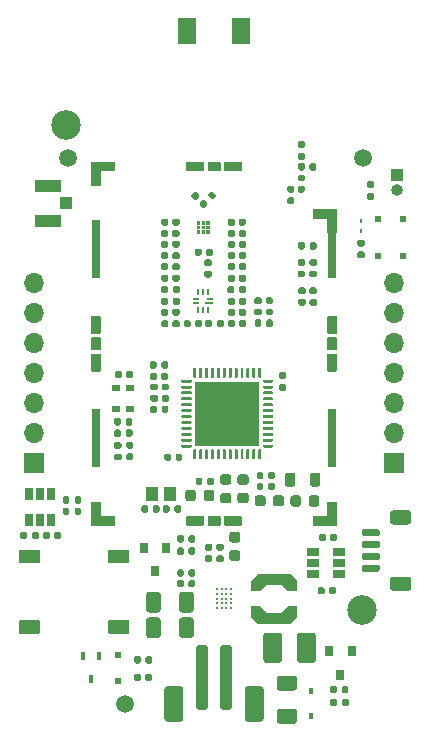
<source format=gts>
G04 #@! TF.GenerationSoftware,KiCad,Pcbnew,(5.1.7)-1*
G04 #@! TF.CreationDate,2020-11-04T19:15:34+01:00*
G04 #@! TF.ProjectId,generic_node,67656e65-7269-4635-9f6e-6f64652e6b69,2.0.2*
G04 #@! TF.SameCoordinates,PX510ff40PY6422c40*
G04 #@! TF.FileFunction,Soldermask,Top*
G04 #@! TF.FilePolarity,Negative*
%FSLAX46Y46*%
G04 Gerber Fmt 4.6, Leading zero omitted, Abs format (unit mm)*
G04 Created by KiCad (PCBNEW (5.1.7)-1) date 2020-11-04 19:15:34*
%MOMM*%
%LPD*%
G01*
G04 APERTURE LIST*
%ADD10C,0.100000*%
%ADD11R,0.800000X5.000000*%
%ADD12R,1.650000X2.300000*%
%ADD13R,0.563000X0.225000*%
%ADD14R,0.225000X0.563000*%
%ADD15R,0.663000X0.225000*%
%ADD16R,5.450000X5.450000*%
%ADD17C,0.270000*%
%ADD18R,1.060000X0.650000*%
%ADD19R,0.800000X0.900000*%
%ADD20R,1.000000X1.000000*%
%ADD21O,1.000000X1.000000*%
%ADD22R,1.700000X1.700000*%
%ADD23O,1.700000X1.700000*%
%ADD24C,1.500000*%
%ADD25C,2.500000*%
%ADD26R,0.450000X0.700000*%
%ADD27R,0.650000X1.060000*%
%ADD28R,0.800000X0.600000*%
%ADD29R,0.500000X0.500000*%
%ADD30R,0.450000X0.600000*%
%ADD31R,0.250000X0.360000*%
%ADD32R,2.200000X1.050000*%
%ADD33R,1.050000X1.000000*%
%ADD34R,1.000000X1.250000*%
%ADD35R,0.550000X0.500000*%
G04 APERTURE END LIST*
D10*
G36*
X10400000Y13900000D02*
G01*
X10400000Y11900000D01*
X9600000Y11900000D01*
X9600000Y13100000D01*
X8400000Y13100000D01*
X8400000Y13900000D01*
X10400000Y13900000D01*
G37*
G36*
X-10400000Y17900000D02*
G01*
X-8400000Y17900000D01*
X-8400000Y17100000D01*
X-9600000Y17100000D01*
X-9600000Y15900000D01*
X-10400000Y15900000D01*
X-10400000Y17900000D01*
G37*
G36*
X-10400000Y-12900000D02*
G01*
X-10400000Y-10900000D01*
X-9600000Y-10900000D01*
X-9600000Y-12100000D01*
X-8400000Y-12100000D01*
X-8400000Y-12900000D01*
X-10400000Y-12900000D01*
G37*
G36*
X10400000Y-12900000D02*
G01*
X8400000Y-12900000D01*
X8400000Y-12100000D01*
X9600000Y-12100000D01*
X9600000Y-10900000D01*
X10400000Y-10900000D01*
X10400000Y-12900000D01*
G37*
D11*
X10000000Y10500000D03*
X-10000000Y-5500000D03*
X-10000000Y10500000D03*
X10000000Y-5500000D03*
D12*
X-2325000Y29000000D03*
X2325000Y29000000D03*
G36*
G01*
X-11788000Y-11869000D02*
X-11788000Y-11499000D01*
G75*
G02*
X-11653000Y-11364000I135000J0D01*
G01*
X-11383000Y-11364000D01*
G75*
G02*
X-11248000Y-11499000I0J-135000D01*
G01*
X-11248000Y-11869000D01*
G75*
G02*
X-11383000Y-12004000I-135000J0D01*
G01*
X-11653000Y-12004000D01*
G75*
G02*
X-11788000Y-11869000I0J135000D01*
G01*
G37*
G36*
G01*
X-12808000Y-11869000D02*
X-12808000Y-11499000D01*
G75*
G02*
X-12673000Y-11364000I135000J0D01*
G01*
X-12403000Y-11364000D01*
G75*
G02*
X-12268000Y-11499000I0J-135000D01*
G01*
X-12268000Y-11869000D01*
G75*
G02*
X-12403000Y-12004000I-135000J0D01*
G01*
X-12673000Y-12004000D01*
G75*
G02*
X-12808000Y-11869000I0J135000D01*
G01*
G37*
D13*
X-350500Y6337000D03*
D14*
X-519000Y6905500D03*
X-919000Y6905500D03*
X-1319000Y6905500D03*
D13*
X-1487500Y6337000D03*
X-1487500Y5937000D03*
D14*
X-1319000Y5368500D03*
X-919000Y5368500D03*
X-519000Y5368500D03*
D15*
X-400500Y5937000D03*
G36*
G01*
X-630200Y12105000D02*
X-369800Y12105000D01*
G75*
G02*
X-345000Y12080200I0J-24800D01*
G01*
X-345000Y11819800D01*
G75*
G02*
X-369800Y11795000I-24800J0D01*
G01*
X-630200Y11795000D01*
G75*
G02*
X-655000Y11819800I0J24800D01*
G01*
X-655000Y12080200D01*
G75*
G02*
X-630200Y12105000I24800J0D01*
G01*
G37*
G36*
G01*
X-630200Y12505000D02*
X-369800Y12505000D01*
G75*
G02*
X-345000Y12480200I0J-24800D01*
G01*
X-345000Y12219800D01*
G75*
G02*
X-369800Y12195000I-24800J0D01*
G01*
X-630200Y12195000D01*
G75*
G02*
X-655000Y12219800I0J24800D01*
G01*
X-655000Y12480200D01*
G75*
G02*
X-630200Y12505000I24800J0D01*
G01*
G37*
G36*
G01*
X-630200Y12905000D02*
X-369800Y12905000D01*
G75*
G02*
X-345000Y12880200I0J-24800D01*
G01*
X-345000Y12619800D01*
G75*
G02*
X-369800Y12595000I-24800J0D01*
G01*
X-630200Y12595000D01*
G75*
G02*
X-655000Y12619800I0J24800D01*
G01*
X-655000Y12880200D01*
G75*
G02*
X-630200Y12905000I24800J0D01*
G01*
G37*
G36*
G01*
X-1030200Y12905000D02*
X-769800Y12905000D01*
G75*
G02*
X-745000Y12880200I0J-24800D01*
G01*
X-745000Y12619800D01*
G75*
G02*
X-769800Y12595000I-24800J0D01*
G01*
X-1030200Y12595000D01*
G75*
G02*
X-1055000Y12619800I0J24800D01*
G01*
X-1055000Y12880200D01*
G75*
G02*
X-1030200Y12905000I24800J0D01*
G01*
G37*
G36*
G01*
X-1430200Y12905000D02*
X-1169800Y12905000D01*
G75*
G02*
X-1145000Y12880200I0J-24800D01*
G01*
X-1145000Y12619800D01*
G75*
G02*
X-1169800Y12595000I-24800J0D01*
G01*
X-1430200Y12595000D01*
G75*
G02*
X-1455000Y12619800I0J24800D01*
G01*
X-1455000Y12880200D01*
G75*
G02*
X-1430200Y12905000I24800J0D01*
G01*
G37*
G36*
G01*
X-1430200Y12505000D02*
X-1169800Y12505000D01*
G75*
G02*
X-1145000Y12480200I0J-24800D01*
G01*
X-1145000Y12219800D01*
G75*
G02*
X-1169800Y12195000I-24800J0D01*
G01*
X-1430200Y12195000D01*
G75*
G02*
X-1455000Y12219800I0J24800D01*
G01*
X-1455000Y12480200D01*
G75*
G02*
X-1430200Y12505000I24800J0D01*
G01*
G37*
G36*
G01*
X-1430200Y12105000D02*
X-1169800Y12105000D01*
G75*
G02*
X-1145000Y12080200I0J-24800D01*
G01*
X-1145000Y11819800D01*
G75*
G02*
X-1169800Y11795000I-24800J0D01*
G01*
X-1430200Y11795000D01*
G75*
G02*
X-1455000Y11819800I0J24800D01*
G01*
X-1455000Y12080200D01*
G75*
G02*
X-1430200Y12105000I24800J0D01*
G01*
G37*
G36*
G01*
X-1030200Y12105000D02*
X-769800Y12105000D01*
G75*
G02*
X-745000Y12080200I0J-24800D01*
G01*
X-745000Y11819800D01*
G75*
G02*
X-769800Y11795000I-24800J0D01*
G01*
X-1030200Y11795000D01*
G75*
G02*
X-1055000Y11819800I0J24800D01*
G01*
X-1055000Y12080200D01*
G75*
G02*
X-1030200Y12105000I24800J0D01*
G01*
G37*
G36*
G01*
X-1030200Y12505000D02*
X-769800Y12505000D01*
G75*
G02*
X-745000Y12480200I0J-24800D01*
G01*
X-745000Y12219800D01*
G75*
G02*
X-769800Y12195000I-24800J0D01*
G01*
X-1030200Y12195000D01*
G75*
G02*
X-1055000Y12219800I0J24800D01*
G01*
X-1055000Y12480200D01*
G75*
G02*
X-1030200Y12505000I24800J0D01*
G01*
G37*
G36*
G01*
X4995000Y-6096000D02*
X4995000Y-6221000D01*
G75*
G02*
X4932500Y-6283500I-62500J0D01*
G01*
X4207500Y-6283500D01*
G75*
G02*
X4145000Y-6221000I0J62500D01*
G01*
X4145000Y-6096000D01*
G75*
G02*
X4207500Y-6033500I62500J0D01*
G01*
X4932500Y-6033500D01*
G75*
G02*
X4995000Y-6096000I0J-62500D01*
G01*
G37*
G36*
G01*
X4995000Y-5596000D02*
X4995000Y-5721000D01*
G75*
G02*
X4932500Y-5783500I-62500J0D01*
G01*
X4207500Y-5783500D01*
G75*
G02*
X4145000Y-5721000I0J62500D01*
G01*
X4145000Y-5596000D01*
G75*
G02*
X4207500Y-5533500I62500J0D01*
G01*
X4932500Y-5533500D01*
G75*
G02*
X4995000Y-5596000I0J-62500D01*
G01*
G37*
G36*
G01*
X4995000Y-5096000D02*
X4995000Y-5221000D01*
G75*
G02*
X4932500Y-5283500I-62500J0D01*
G01*
X4207500Y-5283500D01*
G75*
G02*
X4145000Y-5221000I0J62500D01*
G01*
X4145000Y-5096000D01*
G75*
G02*
X4207500Y-5033500I62500J0D01*
G01*
X4932500Y-5033500D01*
G75*
G02*
X4995000Y-5096000I0J-62500D01*
G01*
G37*
G36*
G01*
X4995000Y-4596000D02*
X4995000Y-4721000D01*
G75*
G02*
X4932500Y-4783500I-62500J0D01*
G01*
X4207500Y-4783500D01*
G75*
G02*
X4145000Y-4721000I0J62500D01*
G01*
X4145000Y-4596000D01*
G75*
G02*
X4207500Y-4533500I62500J0D01*
G01*
X4932500Y-4533500D01*
G75*
G02*
X4995000Y-4596000I0J-62500D01*
G01*
G37*
G36*
G01*
X4995000Y-4096000D02*
X4995000Y-4221000D01*
G75*
G02*
X4932500Y-4283500I-62500J0D01*
G01*
X4207500Y-4283500D01*
G75*
G02*
X4145000Y-4221000I0J62500D01*
G01*
X4145000Y-4096000D01*
G75*
G02*
X4207500Y-4033500I62500J0D01*
G01*
X4932500Y-4033500D01*
G75*
G02*
X4995000Y-4096000I0J-62500D01*
G01*
G37*
G36*
G01*
X4995000Y-3596000D02*
X4995000Y-3721000D01*
G75*
G02*
X4932500Y-3783500I-62500J0D01*
G01*
X4207500Y-3783500D01*
G75*
G02*
X4145000Y-3721000I0J62500D01*
G01*
X4145000Y-3596000D01*
G75*
G02*
X4207500Y-3533500I62500J0D01*
G01*
X4932500Y-3533500D01*
G75*
G02*
X4995000Y-3596000I0J-62500D01*
G01*
G37*
G36*
G01*
X4995000Y-3096000D02*
X4995000Y-3221000D01*
G75*
G02*
X4932500Y-3283500I-62500J0D01*
G01*
X4207500Y-3283500D01*
G75*
G02*
X4145000Y-3221000I0J62500D01*
G01*
X4145000Y-3096000D01*
G75*
G02*
X4207500Y-3033500I62500J0D01*
G01*
X4932500Y-3033500D01*
G75*
G02*
X4995000Y-3096000I0J-62500D01*
G01*
G37*
G36*
G01*
X4995000Y-2596000D02*
X4995000Y-2721000D01*
G75*
G02*
X4932500Y-2783500I-62500J0D01*
G01*
X4207500Y-2783500D01*
G75*
G02*
X4145000Y-2721000I0J62500D01*
G01*
X4145000Y-2596000D01*
G75*
G02*
X4207500Y-2533500I62500J0D01*
G01*
X4932500Y-2533500D01*
G75*
G02*
X4995000Y-2596000I0J-62500D01*
G01*
G37*
G36*
G01*
X4995000Y-2096000D02*
X4995000Y-2221000D01*
G75*
G02*
X4932500Y-2283500I-62500J0D01*
G01*
X4207500Y-2283500D01*
G75*
G02*
X4145000Y-2221000I0J62500D01*
G01*
X4145000Y-2096000D01*
G75*
G02*
X4207500Y-2033500I62500J0D01*
G01*
X4932500Y-2033500D01*
G75*
G02*
X4995000Y-2096000I0J-62500D01*
G01*
G37*
G36*
G01*
X4995000Y-1596000D02*
X4995000Y-1721000D01*
G75*
G02*
X4932500Y-1783500I-62500J0D01*
G01*
X4207500Y-1783500D01*
G75*
G02*
X4145000Y-1721000I0J62500D01*
G01*
X4145000Y-1596000D01*
G75*
G02*
X4207500Y-1533500I62500J0D01*
G01*
X4932500Y-1533500D01*
G75*
G02*
X4995000Y-1596000I0J-62500D01*
G01*
G37*
G36*
G01*
X4995000Y-1096000D02*
X4995000Y-1221000D01*
G75*
G02*
X4932500Y-1283500I-62500J0D01*
G01*
X4207500Y-1283500D01*
G75*
G02*
X4145000Y-1221000I0J62500D01*
G01*
X4145000Y-1096000D01*
G75*
G02*
X4207500Y-1033500I62500J0D01*
G01*
X4932500Y-1033500D01*
G75*
G02*
X4995000Y-1096000I0J-62500D01*
G01*
G37*
G36*
G01*
X4995000Y-596000D02*
X4995000Y-721000D01*
G75*
G02*
X4932500Y-783500I-62500J0D01*
G01*
X4207500Y-783500D01*
G75*
G02*
X4145000Y-721000I0J62500D01*
G01*
X4145000Y-596000D01*
G75*
G02*
X4207500Y-533500I62500J0D01*
G01*
X4932500Y-533500D01*
G75*
G02*
X4995000Y-596000I0J-62500D01*
G01*
G37*
G36*
G01*
X3995000Y404000D02*
X3995000Y-321000D01*
G75*
G02*
X3932500Y-383500I-62500J0D01*
G01*
X3807500Y-383500D01*
G75*
G02*
X3745000Y-321000I0J62500D01*
G01*
X3745000Y404000D01*
G75*
G02*
X3807500Y466500I62500J0D01*
G01*
X3932500Y466500D01*
G75*
G02*
X3995000Y404000I0J-62500D01*
G01*
G37*
G36*
G01*
X3495000Y404000D02*
X3495000Y-321000D01*
G75*
G02*
X3432500Y-383500I-62500J0D01*
G01*
X3307500Y-383500D01*
G75*
G02*
X3245000Y-321000I0J62500D01*
G01*
X3245000Y404000D01*
G75*
G02*
X3307500Y466500I62500J0D01*
G01*
X3432500Y466500D01*
G75*
G02*
X3495000Y404000I0J-62500D01*
G01*
G37*
G36*
G01*
X2995000Y404000D02*
X2995000Y-321000D01*
G75*
G02*
X2932500Y-383500I-62500J0D01*
G01*
X2807500Y-383500D01*
G75*
G02*
X2745000Y-321000I0J62500D01*
G01*
X2745000Y404000D01*
G75*
G02*
X2807500Y466500I62500J0D01*
G01*
X2932500Y466500D01*
G75*
G02*
X2995000Y404000I0J-62500D01*
G01*
G37*
G36*
G01*
X2495000Y404000D02*
X2495000Y-321000D01*
G75*
G02*
X2432500Y-383500I-62500J0D01*
G01*
X2307500Y-383500D01*
G75*
G02*
X2245000Y-321000I0J62500D01*
G01*
X2245000Y404000D01*
G75*
G02*
X2307500Y466500I62500J0D01*
G01*
X2432500Y466500D01*
G75*
G02*
X2495000Y404000I0J-62500D01*
G01*
G37*
G36*
G01*
X1995000Y404000D02*
X1995000Y-321000D01*
G75*
G02*
X1932500Y-383500I-62500J0D01*
G01*
X1807500Y-383500D01*
G75*
G02*
X1745000Y-321000I0J62500D01*
G01*
X1745000Y404000D01*
G75*
G02*
X1807500Y466500I62500J0D01*
G01*
X1932500Y466500D01*
G75*
G02*
X1995000Y404000I0J-62500D01*
G01*
G37*
G36*
G01*
X1495000Y404000D02*
X1495000Y-321000D01*
G75*
G02*
X1432500Y-383500I-62500J0D01*
G01*
X1307500Y-383500D01*
G75*
G02*
X1245000Y-321000I0J62500D01*
G01*
X1245000Y404000D01*
G75*
G02*
X1307500Y466500I62500J0D01*
G01*
X1432500Y466500D01*
G75*
G02*
X1495000Y404000I0J-62500D01*
G01*
G37*
G36*
G01*
X995000Y404000D02*
X995000Y-321000D01*
G75*
G02*
X932500Y-383500I-62500J0D01*
G01*
X807500Y-383500D01*
G75*
G02*
X745000Y-321000I0J62500D01*
G01*
X745000Y404000D01*
G75*
G02*
X807500Y466500I62500J0D01*
G01*
X932500Y466500D01*
G75*
G02*
X995000Y404000I0J-62500D01*
G01*
G37*
G36*
G01*
X495000Y404000D02*
X495000Y-321000D01*
G75*
G02*
X432500Y-383500I-62500J0D01*
G01*
X307500Y-383500D01*
G75*
G02*
X245000Y-321000I0J62500D01*
G01*
X245000Y404000D01*
G75*
G02*
X307500Y466500I62500J0D01*
G01*
X432500Y466500D01*
G75*
G02*
X495000Y404000I0J-62500D01*
G01*
G37*
G36*
G01*
X-5000Y404000D02*
X-5000Y-321000D01*
G75*
G02*
X-67500Y-383500I-62500J0D01*
G01*
X-192500Y-383500D01*
G75*
G02*
X-255000Y-321000I0J62500D01*
G01*
X-255000Y404000D01*
G75*
G02*
X-192500Y466500I62500J0D01*
G01*
X-67500Y466500D01*
G75*
G02*
X-5000Y404000I0J-62500D01*
G01*
G37*
G36*
G01*
X-505000Y404000D02*
X-505000Y-321000D01*
G75*
G02*
X-567500Y-383500I-62500J0D01*
G01*
X-692500Y-383500D01*
G75*
G02*
X-755000Y-321000I0J62500D01*
G01*
X-755000Y404000D01*
G75*
G02*
X-692500Y466500I62500J0D01*
G01*
X-567500Y466500D01*
G75*
G02*
X-505000Y404000I0J-62500D01*
G01*
G37*
G36*
G01*
X-1005000Y404000D02*
X-1005000Y-321000D01*
G75*
G02*
X-1067500Y-383500I-62500J0D01*
G01*
X-1192500Y-383500D01*
G75*
G02*
X-1255000Y-321000I0J62500D01*
G01*
X-1255000Y404000D01*
G75*
G02*
X-1192500Y466500I62500J0D01*
G01*
X-1067500Y466500D01*
G75*
G02*
X-1005000Y404000I0J-62500D01*
G01*
G37*
G36*
G01*
X-1505000Y404000D02*
X-1505000Y-321000D01*
G75*
G02*
X-1567500Y-383500I-62500J0D01*
G01*
X-1692500Y-383500D01*
G75*
G02*
X-1755000Y-321000I0J62500D01*
G01*
X-1755000Y404000D01*
G75*
G02*
X-1692500Y466500I62500J0D01*
G01*
X-1567500Y466500D01*
G75*
G02*
X-1505000Y404000I0J-62500D01*
G01*
G37*
G36*
G01*
X-1905000Y-596000D02*
X-1905000Y-721000D01*
G75*
G02*
X-1967500Y-783500I-62500J0D01*
G01*
X-2692500Y-783500D01*
G75*
G02*
X-2755000Y-721000I0J62500D01*
G01*
X-2755000Y-596000D01*
G75*
G02*
X-2692500Y-533500I62500J0D01*
G01*
X-1967500Y-533500D01*
G75*
G02*
X-1905000Y-596000I0J-62500D01*
G01*
G37*
G36*
G01*
X-1905000Y-1096000D02*
X-1905000Y-1221000D01*
G75*
G02*
X-1967500Y-1283500I-62500J0D01*
G01*
X-2692500Y-1283500D01*
G75*
G02*
X-2755000Y-1221000I0J62500D01*
G01*
X-2755000Y-1096000D01*
G75*
G02*
X-2692500Y-1033500I62500J0D01*
G01*
X-1967500Y-1033500D01*
G75*
G02*
X-1905000Y-1096000I0J-62500D01*
G01*
G37*
G36*
G01*
X-1905000Y-1596000D02*
X-1905000Y-1721000D01*
G75*
G02*
X-1967500Y-1783500I-62500J0D01*
G01*
X-2692500Y-1783500D01*
G75*
G02*
X-2755000Y-1721000I0J62500D01*
G01*
X-2755000Y-1596000D01*
G75*
G02*
X-2692500Y-1533500I62500J0D01*
G01*
X-1967500Y-1533500D01*
G75*
G02*
X-1905000Y-1596000I0J-62500D01*
G01*
G37*
G36*
G01*
X-1905000Y-2096000D02*
X-1905000Y-2221000D01*
G75*
G02*
X-1967500Y-2283500I-62500J0D01*
G01*
X-2692500Y-2283500D01*
G75*
G02*
X-2755000Y-2221000I0J62500D01*
G01*
X-2755000Y-2096000D01*
G75*
G02*
X-2692500Y-2033500I62500J0D01*
G01*
X-1967500Y-2033500D01*
G75*
G02*
X-1905000Y-2096000I0J-62500D01*
G01*
G37*
G36*
G01*
X-1905000Y-2596000D02*
X-1905000Y-2721000D01*
G75*
G02*
X-1967500Y-2783500I-62500J0D01*
G01*
X-2692500Y-2783500D01*
G75*
G02*
X-2755000Y-2721000I0J62500D01*
G01*
X-2755000Y-2596000D01*
G75*
G02*
X-2692500Y-2533500I62500J0D01*
G01*
X-1967500Y-2533500D01*
G75*
G02*
X-1905000Y-2596000I0J-62500D01*
G01*
G37*
G36*
G01*
X-1905000Y-3096000D02*
X-1905000Y-3221000D01*
G75*
G02*
X-1967500Y-3283500I-62500J0D01*
G01*
X-2692500Y-3283500D01*
G75*
G02*
X-2755000Y-3221000I0J62500D01*
G01*
X-2755000Y-3096000D01*
G75*
G02*
X-2692500Y-3033500I62500J0D01*
G01*
X-1967500Y-3033500D01*
G75*
G02*
X-1905000Y-3096000I0J-62500D01*
G01*
G37*
G36*
G01*
X-1905000Y-3596000D02*
X-1905000Y-3721000D01*
G75*
G02*
X-1967500Y-3783500I-62500J0D01*
G01*
X-2692500Y-3783500D01*
G75*
G02*
X-2755000Y-3721000I0J62500D01*
G01*
X-2755000Y-3596000D01*
G75*
G02*
X-2692500Y-3533500I62500J0D01*
G01*
X-1967500Y-3533500D01*
G75*
G02*
X-1905000Y-3596000I0J-62500D01*
G01*
G37*
G36*
G01*
X-1905000Y-4096000D02*
X-1905000Y-4221000D01*
G75*
G02*
X-1967500Y-4283500I-62500J0D01*
G01*
X-2692500Y-4283500D01*
G75*
G02*
X-2755000Y-4221000I0J62500D01*
G01*
X-2755000Y-4096000D01*
G75*
G02*
X-2692500Y-4033500I62500J0D01*
G01*
X-1967500Y-4033500D01*
G75*
G02*
X-1905000Y-4096000I0J-62500D01*
G01*
G37*
G36*
G01*
X-1905000Y-4596000D02*
X-1905000Y-4721000D01*
G75*
G02*
X-1967500Y-4783500I-62500J0D01*
G01*
X-2692500Y-4783500D01*
G75*
G02*
X-2755000Y-4721000I0J62500D01*
G01*
X-2755000Y-4596000D01*
G75*
G02*
X-2692500Y-4533500I62500J0D01*
G01*
X-1967500Y-4533500D01*
G75*
G02*
X-1905000Y-4596000I0J-62500D01*
G01*
G37*
G36*
G01*
X-1905000Y-5096000D02*
X-1905000Y-5221000D01*
G75*
G02*
X-1967500Y-5283500I-62500J0D01*
G01*
X-2692500Y-5283500D01*
G75*
G02*
X-2755000Y-5221000I0J62500D01*
G01*
X-2755000Y-5096000D01*
G75*
G02*
X-2692500Y-5033500I62500J0D01*
G01*
X-1967500Y-5033500D01*
G75*
G02*
X-1905000Y-5096000I0J-62500D01*
G01*
G37*
G36*
G01*
X-1905000Y-5596000D02*
X-1905000Y-5721000D01*
G75*
G02*
X-1967500Y-5783500I-62500J0D01*
G01*
X-2692500Y-5783500D01*
G75*
G02*
X-2755000Y-5721000I0J62500D01*
G01*
X-2755000Y-5596000D01*
G75*
G02*
X-2692500Y-5533500I62500J0D01*
G01*
X-1967500Y-5533500D01*
G75*
G02*
X-1905000Y-5596000I0J-62500D01*
G01*
G37*
G36*
G01*
X-1905000Y-6096000D02*
X-1905000Y-6221000D01*
G75*
G02*
X-1967500Y-6283500I-62500J0D01*
G01*
X-2692500Y-6283500D01*
G75*
G02*
X-2755000Y-6221000I0J62500D01*
G01*
X-2755000Y-6096000D01*
G75*
G02*
X-2692500Y-6033500I62500J0D01*
G01*
X-1967500Y-6033500D01*
G75*
G02*
X-1905000Y-6096000I0J-62500D01*
G01*
G37*
G36*
G01*
X-1505000Y-6496000D02*
X-1505000Y-7221000D01*
G75*
G02*
X-1567500Y-7283500I-62500J0D01*
G01*
X-1692500Y-7283500D01*
G75*
G02*
X-1755000Y-7221000I0J62500D01*
G01*
X-1755000Y-6496000D01*
G75*
G02*
X-1692500Y-6433500I62500J0D01*
G01*
X-1567500Y-6433500D01*
G75*
G02*
X-1505000Y-6496000I0J-62500D01*
G01*
G37*
G36*
G01*
X-1005000Y-6496000D02*
X-1005000Y-7221000D01*
G75*
G02*
X-1067500Y-7283500I-62500J0D01*
G01*
X-1192500Y-7283500D01*
G75*
G02*
X-1255000Y-7221000I0J62500D01*
G01*
X-1255000Y-6496000D01*
G75*
G02*
X-1192500Y-6433500I62500J0D01*
G01*
X-1067500Y-6433500D01*
G75*
G02*
X-1005000Y-6496000I0J-62500D01*
G01*
G37*
G36*
G01*
X-505000Y-6496000D02*
X-505000Y-7221000D01*
G75*
G02*
X-567500Y-7283500I-62500J0D01*
G01*
X-692500Y-7283500D01*
G75*
G02*
X-755000Y-7221000I0J62500D01*
G01*
X-755000Y-6496000D01*
G75*
G02*
X-692500Y-6433500I62500J0D01*
G01*
X-567500Y-6433500D01*
G75*
G02*
X-505000Y-6496000I0J-62500D01*
G01*
G37*
G36*
G01*
X-5000Y-6496000D02*
X-5000Y-7221000D01*
G75*
G02*
X-67500Y-7283500I-62500J0D01*
G01*
X-192500Y-7283500D01*
G75*
G02*
X-255000Y-7221000I0J62500D01*
G01*
X-255000Y-6496000D01*
G75*
G02*
X-192500Y-6433500I62500J0D01*
G01*
X-67500Y-6433500D01*
G75*
G02*
X-5000Y-6496000I0J-62500D01*
G01*
G37*
G36*
G01*
X495000Y-6496000D02*
X495000Y-7221000D01*
G75*
G02*
X432500Y-7283500I-62500J0D01*
G01*
X307500Y-7283500D01*
G75*
G02*
X245000Y-7221000I0J62500D01*
G01*
X245000Y-6496000D01*
G75*
G02*
X307500Y-6433500I62500J0D01*
G01*
X432500Y-6433500D01*
G75*
G02*
X495000Y-6496000I0J-62500D01*
G01*
G37*
G36*
G01*
X995000Y-6496000D02*
X995000Y-7221000D01*
G75*
G02*
X932500Y-7283500I-62500J0D01*
G01*
X807500Y-7283500D01*
G75*
G02*
X745000Y-7221000I0J62500D01*
G01*
X745000Y-6496000D01*
G75*
G02*
X807500Y-6433500I62500J0D01*
G01*
X932500Y-6433500D01*
G75*
G02*
X995000Y-6496000I0J-62500D01*
G01*
G37*
G36*
G01*
X1495000Y-6496000D02*
X1495000Y-7221000D01*
G75*
G02*
X1432500Y-7283500I-62500J0D01*
G01*
X1307500Y-7283500D01*
G75*
G02*
X1245000Y-7221000I0J62500D01*
G01*
X1245000Y-6496000D01*
G75*
G02*
X1307500Y-6433500I62500J0D01*
G01*
X1432500Y-6433500D01*
G75*
G02*
X1495000Y-6496000I0J-62500D01*
G01*
G37*
G36*
G01*
X1995000Y-6496000D02*
X1995000Y-7221000D01*
G75*
G02*
X1932500Y-7283500I-62500J0D01*
G01*
X1807500Y-7283500D01*
G75*
G02*
X1745000Y-7221000I0J62500D01*
G01*
X1745000Y-6496000D01*
G75*
G02*
X1807500Y-6433500I62500J0D01*
G01*
X1932500Y-6433500D01*
G75*
G02*
X1995000Y-6496000I0J-62500D01*
G01*
G37*
G36*
G01*
X2495000Y-6496000D02*
X2495000Y-7221000D01*
G75*
G02*
X2432500Y-7283500I-62500J0D01*
G01*
X2307500Y-7283500D01*
G75*
G02*
X2245000Y-7221000I0J62500D01*
G01*
X2245000Y-6496000D01*
G75*
G02*
X2307500Y-6433500I62500J0D01*
G01*
X2432500Y-6433500D01*
G75*
G02*
X2495000Y-6496000I0J-62500D01*
G01*
G37*
G36*
G01*
X2995000Y-6496000D02*
X2995000Y-7221000D01*
G75*
G02*
X2932500Y-7283500I-62500J0D01*
G01*
X2807500Y-7283500D01*
G75*
G02*
X2745000Y-7221000I0J62500D01*
G01*
X2745000Y-6496000D01*
G75*
G02*
X2807500Y-6433500I62500J0D01*
G01*
X2932500Y-6433500D01*
G75*
G02*
X2995000Y-6496000I0J-62500D01*
G01*
G37*
G36*
G01*
X3495000Y-6496000D02*
X3495000Y-7221000D01*
G75*
G02*
X3432500Y-7283500I-62500J0D01*
G01*
X3307500Y-7283500D01*
G75*
G02*
X3245000Y-7221000I0J62500D01*
G01*
X3245000Y-6496000D01*
G75*
G02*
X3307500Y-6433500I62500J0D01*
G01*
X3432500Y-6433500D01*
G75*
G02*
X3495000Y-6496000I0J-62500D01*
G01*
G37*
G36*
G01*
X3995000Y-6496000D02*
X3995000Y-7221000D01*
G75*
G02*
X3932500Y-7283500I-62500J0D01*
G01*
X3807500Y-7283500D01*
G75*
G02*
X3745000Y-7221000I0J62500D01*
G01*
X3745000Y-6496000D01*
G75*
G02*
X3807500Y-6433500I62500J0D01*
G01*
X3932500Y-6433500D01*
G75*
G02*
X3995000Y-6496000I0J-62500D01*
G01*
G37*
D16*
X1120000Y-3408500D03*
D17*
X250000Y-18280000D03*
X650000Y-18280000D03*
X1050000Y-18280000D03*
X1450000Y-18280000D03*
X250000Y-18680000D03*
X650000Y-18680000D03*
X1050000Y-18680000D03*
X1450000Y-18680000D03*
X250000Y-19080000D03*
X650000Y-19080000D03*
X1050000Y-19080000D03*
X1450000Y-19080000D03*
X250000Y-19480000D03*
X650000Y-19480000D03*
X1050000Y-19480000D03*
X1450000Y-19480000D03*
X250000Y-19880000D03*
X650000Y-19880000D03*
X1050000Y-19880000D03*
X1450000Y-19880000D03*
D18*
X8400000Y-15100000D03*
X8400000Y-16050000D03*
X8400000Y-17000000D03*
X10600000Y-17000000D03*
X10600000Y-15100000D03*
X10600000Y-16050000D03*
D19*
X-4050000Y-14750000D03*
X-5950000Y-14750000D03*
X-5000000Y-16750000D03*
G36*
G01*
X13077500Y16280000D02*
X13422500Y16280000D01*
G75*
G02*
X13570000Y16132500I0J-147500D01*
G01*
X13570000Y15837500D01*
G75*
G02*
X13422500Y15690000I-147500J0D01*
G01*
X13077500Y15690000D01*
G75*
G02*
X12930000Y15837500I0J147500D01*
G01*
X12930000Y16132500D01*
G75*
G02*
X13077500Y16280000I147500J0D01*
G01*
G37*
G36*
G01*
X13077500Y15310000D02*
X13422500Y15310000D01*
G75*
G02*
X13570000Y15162500I0J-147500D01*
G01*
X13570000Y14867500D01*
G75*
G02*
X13422500Y14720000I-147500J0D01*
G01*
X13077500Y14720000D01*
G75*
G02*
X12930000Y14867500I0J147500D01*
G01*
X12930000Y15162500D01*
G75*
G02*
X13077500Y15310000I147500J0D01*
G01*
G37*
G36*
G01*
X-11238000Y-10520000D02*
X-11238000Y-10890000D01*
G75*
G02*
X-11373000Y-11025000I-135000J0D01*
G01*
X-11643000Y-11025000D01*
G75*
G02*
X-11778000Y-10890000I0J135000D01*
G01*
X-11778000Y-10520000D01*
G75*
G02*
X-11643000Y-10385000I135000J0D01*
G01*
X-11373000Y-10385000D01*
G75*
G02*
X-11238000Y-10520000I0J-135000D01*
G01*
G37*
G36*
G01*
X-12258000Y-10520000D02*
X-12258000Y-10890000D01*
G75*
G02*
X-12393000Y-11025000I-135000J0D01*
G01*
X-12663000Y-11025000D01*
G75*
G02*
X-12798000Y-10890000I0J135000D01*
G01*
X-12798000Y-10520000D01*
G75*
G02*
X-12663000Y-10385000I135000J0D01*
G01*
X-12393000Y-10385000D01*
G75*
G02*
X-12258000Y-10520000I0J-135000D01*
G01*
G37*
D20*
X15494000Y16764000D03*
D21*
X15494000Y15494000D03*
D22*
X15240000Y-7620000D03*
D23*
X15240000Y-5080000D03*
X15240000Y-2540000D03*
X15240000Y0D03*
X15240000Y2540000D03*
X15240000Y5080000D03*
X15240000Y7620000D03*
G36*
G01*
X3621200Y-8831200D02*
X3621200Y-8491200D01*
G75*
G02*
X3761200Y-8351200I140000J0D01*
G01*
X4041200Y-8351200D01*
G75*
G02*
X4181200Y-8491200I0J-140000D01*
G01*
X4181200Y-8831200D01*
G75*
G02*
X4041200Y-8971200I-140000J0D01*
G01*
X3761200Y-8971200D01*
G75*
G02*
X3621200Y-8831200I0J140000D01*
G01*
G37*
G36*
G01*
X4581200Y-8831200D02*
X4581200Y-8491200D01*
G75*
G02*
X4721200Y-8351200I140000J0D01*
G01*
X5001200Y-8351200D01*
G75*
G02*
X5141200Y-8491200I0J-140000D01*
G01*
X5141200Y-8831200D01*
G75*
G02*
X5001200Y-8971200I-140000J0D01*
G01*
X4721200Y-8971200D01*
G75*
G02*
X4581200Y-8831200I0J140000D01*
G01*
G37*
G36*
G01*
X3461000Y-11044800D02*
X3461000Y-10544800D01*
G75*
G02*
X3686000Y-10319800I225000J0D01*
G01*
X4136000Y-10319800D01*
G75*
G02*
X4361000Y-10544800I0J-225000D01*
G01*
X4361000Y-11044800D01*
G75*
G02*
X4136000Y-11269800I-225000J0D01*
G01*
X3686000Y-11269800D01*
G75*
G02*
X3461000Y-11044800I0J225000D01*
G01*
G37*
G36*
G01*
X5011000Y-11044800D02*
X5011000Y-10544800D01*
G75*
G02*
X5236000Y-10319800I225000J0D01*
G01*
X5686000Y-10319800D01*
G75*
G02*
X5911000Y-10544800I0J-225000D01*
G01*
X5911000Y-11044800D01*
G75*
G02*
X5686000Y-11269800I-225000J0D01*
G01*
X5236000Y-11269800D01*
G75*
G02*
X5011000Y-11044800I0J225000D01*
G01*
G37*
G36*
G01*
X-2690000Y-6930000D02*
X-2690000Y-7270000D01*
G75*
G02*
X-2830000Y-7410000I-140000J0D01*
G01*
X-3110000Y-7410000D01*
G75*
G02*
X-3250000Y-7270000I0J140000D01*
G01*
X-3250000Y-6930000D01*
G75*
G02*
X-3110000Y-6790000I140000J0D01*
G01*
X-2830000Y-6790000D01*
G75*
G02*
X-2690000Y-6930000I0J-140000D01*
G01*
G37*
G36*
G01*
X-3650000Y-6930000D02*
X-3650000Y-7270000D01*
G75*
G02*
X-3790000Y-7410000I-140000J0D01*
G01*
X-4070000Y-7410000D01*
G75*
G02*
X-4210000Y-7270000I0J140000D01*
G01*
X-4210000Y-6930000D01*
G75*
G02*
X-4070000Y-6790000I140000J0D01*
G01*
X-3790000Y-6790000D01*
G75*
G02*
X-3650000Y-6930000I0J-140000D01*
G01*
G37*
G36*
G01*
X18200Y-10087600D02*
X18200Y-10587600D01*
G75*
G02*
X-206800Y-10812600I-225000J0D01*
G01*
X-656800Y-10812600D01*
G75*
G02*
X-881800Y-10587600I0J225000D01*
G01*
X-881800Y-10087600D01*
G75*
G02*
X-656800Y-9862600I225000J0D01*
G01*
X-206800Y-9862600D01*
G75*
G02*
X18200Y-10087600I0J-225000D01*
G01*
G37*
G36*
G01*
X-1531800Y-10087600D02*
X-1531800Y-10587600D01*
G75*
G02*
X-1756800Y-10812600I-225000J0D01*
G01*
X-2206800Y-10812600D01*
G75*
G02*
X-2431800Y-10587600I0J225000D01*
G01*
X-2431800Y-10087600D01*
G75*
G02*
X-2206800Y-9862600I225000J0D01*
G01*
X-1756800Y-9862600D01*
G75*
G02*
X-1531800Y-10087600I0J-225000D01*
G01*
G37*
G36*
G01*
X3621200Y-9745600D02*
X3621200Y-9405600D01*
G75*
G02*
X3761200Y-9265600I140000J0D01*
G01*
X4041200Y-9265600D01*
G75*
G02*
X4181200Y-9405600I0J-140000D01*
G01*
X4181200Y-9745600D01*
G75*
G02*
X4041200Y-9885600I-140000J0D01*
G01*
X3761200Y-9885600D01*
G75*
G02*
X3621200Y-9745600I0J140000D01*
G01*
G37*
G36*
G01*
X4581200Y-9745600D02*
X4581200Y-9405600D01*
G75*
G02*
X4721200Y-9265600I140000J0D01*
G01*
X5001200Y-9265600D01*
G75*
G02*
X5141200Y-9405600I0J-140000D01*
G01*
X5141200Y-9745600D01*
G75*
G02*
X5001200Y-9885600I-140000J0D01*
G01*
X4721200Y-9885600D01*
G75*
G02*
X4581200Y-9745600I0J140000D01*
G01*
G37*
G36*
G01*
X1500000Y-13425000D02*
X2000000Y-13425000D01*
G75*
G02*
X2225000Y-13650000I0J-225000D01*
G01*
X2225000Y-14100000D01*
G75*
G02*
X2000000Y-14325000I-225000J0D01*
G01*
X1500000Y-14325000D01*
G75*
G02*
X1275000Y-14100000I0J225000D01*
G01*
X1275000Y-13650000D01*
G75*
G02*
X1500000Y-13425000I225000J0D01*
G01*
G37*
G36*
G01*
X1500000Y-14975000D02*
X2000000Y-14975000D01*
G75*
G02*
X2225000Y-15200000I0J-225000D01*
G01*
X2225000Y-15650000D01*
G75*
G02*
X2000000Y-15875000I-225000J0D01*
G01*
X1500000Y-15875000D01*
G75*
G02*
X1275000Y-15650000I0J225000D01*
G01*
X1275000Y-15200000D01*
G75*
G02*
X1500000Y-14975000I225000J0D01*
G01*
G37*
G36*
G01*
X-1600000Y-16730000D02*
X-1600000Y-17070000D01*
G75*
G02*
X-1740000Y-17210000I-140000J0D01*
G01*
X-2020000Y-17210000D01*
G75*
G02*
X-2160000Y-17070000I0J140000D01*
G01*
X-2160000Y-16730000D01*
G75*
G02*
X-2020000Y-16590000I140000J0D01*
G01*
X-1740000Y-16590000D01*
G75*
G02*
X-1600000Y-16730000I0J-140000D01*
G01*
G37*
G36*
G01*
X-2560000Y-16730000D02*
X-2560000Y-17070000D01*
G75*
G02*
X-2700000Y-17210000I-140000J0D01*
G01*
X-2980000Y-17210000D01*
G75*
G02*
X-3120000Y-17070000I0J140000D01*
G01*
X-3120000Y-16730000D01*
G75*
G02*
X-2980000Y-16590000I140000J0D01*
G01*
X-2700000Y-16590000D01*
G75*
G02*
X-2560000Y-16730000I0J-140000D01*
G01*
G37*
D22*
X-15240000Y-7620000D03*
D23*
X-15240000Y-5080000D03*
X-15240000Y-2540000D03*
X-15240000Y0D03*
X-15240000Y2540000D03*
X-15240000Y5080000D03*
X-15240000Y7620000D03*
G36*
G01*
X-16401000Y-13888500D02*
X-16401000Y-13543500D01*
G75*
G02*
X-16253500Y-13396000I147500J0D01*
G01*
X-15958500Y-13396000D01*
G75*
G02*
X-15811000Y-13543500I0J-147500D01*
G01*
X-15811000Y-13888500D01*
G75*
G02*
X-15958500Y-14036000I-147500J0D01*
G01*
X-16253500Y-14036000D01*
G75*
G02*
X-16401000Y-13888500I0J147500D01*
G01*
G37*
G36*
G01*
X-15431000Y-13888500D02*
X-15431000Y-13543500D01*
G75*
G02*
X-15283500Y-13396000I147500J0D01*
G01*
X-14988500Y-13396000D01*
G75*
G02*
X-14841000Y-13543500I0J-147500D01*
G01*
X-14841000Y-13888500D01*
G75*
G02*
X-14988500Y-14036000I-147500J0D01*
G01*
X-15283500Y-14036000D01*
G75*
G02*
X-15431000Y-13888500I0J147500D01*
G01*
G37*
G36*
G01*
X9855000Y-14072500D02*
X9855000Y-13727500D01*
G75*
G02*
X10002500Y-13580000I147500J0D01*
G01*
X10297500Y-13580000D01*
G75*
G02*
X10445000Y-13727500I0J-147500D01*
G01*
X10445000Y-14072500D01*
G75*
G02*
X10297500Y-14220000I-147500J0D01*
G01*
X10002500Y-14220000D01*
G75*
G02*
X9855000Y-14072500I0J147500D01*
G01*
G37*
G36*
G01*
X8885000Y-14072500D02*
X8885000Y-13727500D01*
G75*
G02*
X9032500Y-13580000I147500J0D01*
G01*
X9327500Y-13580000D01*
G75*
G02*
X9475000Y-13727500I0J-147500D01*
G01*
X9475000Y-14072500D01*
G75*
G02*
X9327500Y-14220000I-147500J0D01*
G01*
X9032500Y-14220000D01*
G75*
G02*
X8885000Y-14072500I0J147500D01*
G01*
G37*
G36*
G01*
X-1570000Y-13827500D02*
X-1570000Y-14172500D01*
G75*
G02*
X-1717500Y-14320000I-147500J0D01*
G01*
X-2012500Y-14320000D01*
G75*
G02*
X-2160000Y-14172500I0J147500D01*
G01*
X-2160000Y-13827500D01*
G75*
G02*
X-2012500Y-13680000I147500J0D01*
G01*
X-1717500Y-13680000D01*
G75*
G02*
X-1570000Y-13827500I0J-147500D01*
G01*
G37*
G36*
G01*
X-2540000Y-13827500D02*
X-2540000Y-14172500D01*
G75*
G02*
X-2687500Y-14320000I-147500J0D01*
G01*
X-2982500Y-14320000D01*
G75*
G02*
X-3130000Y-14172500I0J147500D01*
G01*
X-3130000Y-13827500D01*
G75*
G02*
X-2982500Y-13680000I147500J0D01*
G01*
X-2687500Y-13680000D01*
G75*
G02*
X-2540000Y-13827500I0J-147500D01*
G01*
G37*
G36*
G01*
X672500Y-15010000D02*
X327500Y-15010000D01*
G75*
G02*
X180000Y-14862500I0J147500D01*
G01*
X180000Y-14567500D01*
G75*
G02*
X327500Y-14420000I147500J0D01*
G01*
X672500Y-14420000D01*
G75*
G02*
X820000Y-14567500I0J-147500D01*
G01*
X820000Y-14862500D01*
G75*
G02*
X672500Y-15010000I-147500J0D01*
G01*
G37*
G36*
G01*
X672500Y-15980000D02*
X327500Y-15980000D01*
G75*
G02*
X180000Y-15832500I0J147500D01*
G01*
X180000Y-15537500D01*
G75*
G02*
X327500Y-15390000I147500J0D01*
G01*
X672500Y-15390000D01*
G75*
G02*
X820000Y-15537500I0J-147500D01*
G01*
X820000Y-15832500D01*
G75*
G02*
X672500Y-15980000I-147500J0D01*
G01*
G37*
G36*
G01*
X-622500Y-15390000D02*
X-277500Y-15390000D01*
G75*
G02*
X-130000Y-15537500I0J-147500D01*
G01*
X-130000Y-15832500D01*
G75*
G02*
X-277500Y-15980000I-147500J0D01*
G01*
X-622500Y-15980000D01*
G75*
G02*
X-770000Y-15832500I0J147500D01*
G01*
X-770000Y-15537500D01*
G75*
G02*
X-622500Y-15390000I147500J0D01*
G01*
G37*
G36*
G01*
X-622500Y-14420000D02*
X-277500Y-14420000D01*
G75*
G02*
X-130000Y-14567500I0J-147500D01*
G01*
X-130000Y-14862500D01*
G75*
G02*
X-277500Y-15010000I-147500J0D01*
G01*
X-622500Y-15010000D01*
G75*
G02*
X-770000Y-14862500I0J147500D01*
G01*
X-770000Y-14567500D01*
G75*
G02*
X-622500Y-14420000I147500J0D01*
G01*
G37*
G36*
G01*
X-5000Y-8977500D02*
X-5000Y-9322500D01*
G75*
G02*
X-152500Y-9470000I-147500J0D01*
G01*
X-447500Y-9470000D01*
G75*
G02*
X-595000Y-9322500I0J147500D01*
G01*
X-595000Y-8977500D01*
G75*
G02*
X-447500Y-8830000I147500J0D01*
G01*
X-152500Y-8830000D01*
G75*
G02*
X-5000Y-8977500I0J-147500D01*
G01*
G37*
G36*
G01*
X-975000Y-8977500D02*
X-975000Y-9322500D01*
G75*
G02*
X-1122500Y-9470000I-147500J0D01*
G01*
X-1417500Y-9470000D01*
G75*
G02*
X-1565000Y-9322500I0J147500D01*
G01*
X-1565000Y-8977500D01*
G75*
G02*
X-1417500Y-8830000I147500J0D01*
G01*
X-1122500Y-8830000D01*
G75*
G02*
X-975000Y-8977500I0J-147500D01*
G01*
G37*
G36*
G01*
X-4904000Y-1447500D02*
X-5249000Y-1447500D01*
G75*
G02*
X-5396500Y-1300000I0J147500D01*
G01*
X-5396500Y-1005000D01*
G75*
G02*
X-5249000Y-857500I147500J0D01*
G01*
X-4904000Y-857500D01*
G75*
G02*
X-4756500Y-1005000I0J-147500D01*
G01*
X-4756500Y-1300000D01*
G75*
G02*
X-4904000Y-1447500I-147500J0D01*
G01*
G37*
G36*
G01*
X-4904000Y-2417500D02*
X-5249000Y-2417500D01*
G75*
G02*
X-5396500Y-2270000I0J147500D01*
G01*
X-5396500Y-1975000D01*
G75*
G02*
X-5249000Y-1827500I147500J0D01*
G01*
X-4904000Y-1827500D01*
G75*
G02*
X-4756500Y-1975000I0J-147500D01*
G01*
X-4756500Y-2270000D01*
G75*
G02*
X-4904000Y-2417500I-147500J0D01*
G01*
G37*
G36*
G01*
X-3951500Y-1447500D02*
X-4296500Y-1447500D01*
G75*
G02*
X-4444000Y-1300000I0J147500D01*
G01*
X-4444000Y-1005000D01*
G75*
G02*
X-4296500Y-857500I147500J0D01*
G01*
X-3951500Y-857500D01*
G75*
G02*
X-3804000Y-1005000I0J-147500D01*
G01*
X-3804000Y-1300000D01*
G75*
G02*
X-3951500Y-1447500I-147500J0D01*
G01*
G37*
G36*
G01*
X-3951500Y-2417500D02*
X-4296500Y-2417500D01*
G75*
G02*
X-4444000Y-2270000I0J147500D01*
G01*
X-4444000Y-1975000D01*
G75*
G02*
X-4296500Y-1827500I147500J0D01*
G01*
X-3951500Y-1827500D01*
G75*
G02*
X-3804000Y-1975000I0J-147500D01*
G01*
X-3804000Y-2270000D01*
G75*
G02*
X-3951500Y-2417500I-147500J0D01*
G01*
G37*
G36*
G01*
X5972500Y-1480000D02*
X5627500Y-1480000D01*
G75*
G02*
X5480000Y-1332500I0J147500D01*
G01*
X5480000Y-1037500D01*
G75*
G02*
X5627500Y-890000I147500J0D01*
G01*
X5972500Y-890000D01*
G75*
G02*
X6120000Y-1037500I0J-147500D01*
G01*
X6120000Y-1332500D01*
G75*
G02*
X5972500Y-1480000I-147500J0D01*
G01*
G37*
G36*
G01*
X5972500Y-510000D02*
X5627500Y-510000D01*
G75*
G02*
X5480000Y-362500I0J147500D01*
G01*
X5480000Y-67500D01*
G75*
G02*
X5627500Y80000I147500J0D01*
G01*
X5972500Y80000D01*
G75*
G02*
X6120000Y-67500I0J-147500D01*
G01*
X6120000Y-362500D01*
G75*
G02*
X5972500Y-510000I-147500J0D01*
G01*
G37*
G36*
G01*
X-3880000Y897500D02*
X-3880000Y552500D01*
G75*
G02*
X-4027500Y405000I-147500J0D01*
G01*
X-4322500Y405000D01*
G75*
G02*
X-4470000Y552500I0J147500D01*
G01*
X-4470000Y897500D01*
G75*
G02*
X-4322500Y1045000I147500J0D01*
G01*
X-4027500Y1045000D01*
G75*
G02*
X-3880000Y897500I0J-147500D01*
G01*
G37*
G36*
G01*
X-4850000Y897500D02*
X-4850000Y552500D01*
G75*
G02*
X-4997500Y405000I-147500J0D01*
G01*
X-5292500Y405000D01*
G75*
G02*
X-5440000Y552500I0J147500D01*
G01*
X-5440000Y897500D01*
G75*
G02*
X-5292500Y1045000I147500J0D01*
G01*
X-4997500Y1045000D01*
G75*
G02*
X-4850000Y897500I0J-147500D01*
G01*
G37*
G36*
G01*
X830000Y4403500D02*
X830000Y4058500D01*
G75*
G02*
X682500Y3911000I-147500J0D01*
G01*
X387500Y3911000D01*
G75*
G02*
X240000Y4058500I0J147500D01*
G01*
X240000Y4403500D01*
G75*
G02*
X387500Y4551000I147500J0D01*
G01*
X682500Y4551000D01*
G75*
G02*
X830000Y4403500I0J-147500D01*
G01*
G37*
G36*
G01*
X-140000Y4403500D02*
X-140000Y4058500D01*
G75*
G02*
X-287500Y3911000I-147500J0D01*
G01*
X-582500Y3911000D01*
G75*
G02*
X-730000Y4058500I0J147500D01*
G01*
X-730000Y4403500D01*
G75*
G02*
X-582500Y4551000I147500J0D01*
G01*
X-287500Y4551000D01*
G75*
G02*
X-140000Y4403500I0J-147500D01*
G01*
G37*
G36*
G01*
X-8313000Y-5815000D02*
X-7968000Y-5815000D01*
G75*
G02*
X-7820500Y-5962500I0J-147500D01*
G01*
X-7820500Y-6257500D01*
G75*
G02*
X-7968000Y-6405000I-147500J0D01*
G01*
X-8313000Y-6405000D01*
G75*
G02*
X-8460500Y-6257500I0J147500D01*
G01*
X-8460500Y-5962500D01*
G75*
G02*
X-8313000Y-5815000I147500J0D01*
G01*
G37*
G36*
G01*
X-8313000Y-6785000D02*
X-7968000Y-6785000D01*
G75*
G02*
X-7820500Y-6932500I0J-147500D01*
G01*
X-7820500Y-7227500D01*
G75*
G02*
X-7968000Y-7375000I-147500J0D01*
G01*
X-8313000Y-7375000D01*
G75*
G02*
X-8460500Y-7227500I0J147500D01*
G01*
X-8460500Y-6932500D01*
G75*
G02*
X-8313000Y-6785000I147500J0D01*
G01*
G37*
G36*
G01*
X-3052500Y11545000D02*
X-3397500Y11545000D01*
G75*
G02*
X-3545000Y11692500I0J147500D01*
G01*
X-3545000Y11987500D01*
G75*
G02*
X-3397500Y12135000I147500J0D01*
G01*
X-3052500Y12135000D01*
G75*
G02*
X-2905000Y11987500I0J-147500D01*
G01*
X-2905000Y11692500D01*
G75*
G02*
X-3052500Y11545000I-147500J0D01*
G01*
G37*
G36*
G01*
X-3052500Y12515000D02*
X-3397500Y12515000D01*
G75*
G02*
X-3545000Y12662500I0J147500D01*
G01*
X-3545000Y12957500D01*
G75*
G02*
X-3397500Y13105000I147500J0D01*
G01*
X-3052500Y13105000D01*
G75*
G02*
X-2905000Y12957500I0J-147500D01*
G01*
X-2905000Y12662500D01*
G75*
G02*
X-3052500Y12515000I-147500J0D01*
G01*
G37*
G36*
G01*
X-7871900Y-3923200D02*
X-7871900Y-4268200D01*
G75*
G02*
X-8019400Y-4415700I-147500J0D01*
G01*
X-8314400Y-4415700D01*
G75*
G02*
X-8461900Y-4268200I0J147500D01*
G01*
X-8461900Y-3923200D01*
G75*
G02*
X-8314400Y-3775700I147500J0D01*
G01*
X-8019400Y-3775700D01*
G75*
G02*
X-7871900Y-3923200I0J-147500D01*
G01*
G37*
G36*
G01*
X-6901900Y-3923200D02*
X-6901900Y-4268200D01*
G75*
G02*
X-7049400Y-4415700I-147500J0D01*
G01*
X-7344400Y-4415700D01*
G75*
G02*
X-7491900Y-4268200I0J147500D01*
G01*
X-7491900Y-3923200D01*
G75*
G02*
X-7344400Y-3775700I147500J0D01*
G01*
X-7049400Y-3775700D01*
G75*
G02*
X-6901900Y-3923200I0J-147500D01*
G01*
G37*
G36*
G01*
X1647500Y7770000D02*
X1302500Y7770000D01*
G75*
G02*
X1155000Y7917500I0J147500D01*
G01*
X1155000Y8212500D01*
G75*
G02*
X1302500Y8360000I147500J0D01*
G01*
X1647500Y8360000D01*
G75*
G02*
X1795000Y8212500I0J-147500D01*
G01*
X1795000Y7917500D01*
G75*
G02*
X1647500Y7770000I-147500J0D01*
G01*
G37*
G36*
G01*
X1647500Y8740000D02*
X1302500Y8740000D01*
G75*
G02*
X1155000Y8887500I0J147500D01*
G01*
X1155000Y9182500D01*
G75*
G02*
X1302500Y9330000I147500J0D01*
G01*
X1647500Y9330000D01*
G75*
G02*
X1795000Y9182500I0J-147500D01*
G01*
X1795000Y8887500D01*
G75*
G02*
X1647500Y8740000I-147500J0D01*
G01*
G37*
G36*
G01*
X1140000Y6922500D02*
X1140000Y7267500D01*
G75*
G02*
X1287500Y7415000I147500J0D01*
G01*
X1582500Y7415000D01*
G75*
G02*
X1730000Y7267500I0J-147500D01*
G01*
X1730000Y6922500D01*
G75*
G02*
X1582500Y6775000I-147500J0D01*
G01*
X1287500Y6775000D01*
G75*
G02*
X1140000Y6922500I0J147500D01*
G01*
G37*
G36*
G01*
X2110000Y6922500D02*
X2110000Y7267500D01*
G75*
G02*
X2257500Y7415000I147500J0D01*
G01*
X2552500Y7415000D01*
G75*
G02*
X2700000Y7267500I0J-147500D01*
G01*
X2700000Y6922500D01*
G75*
G02*
X2552500Y6775000I-147500J0D01*
G01*
X2257500Y6775000D01*
G75*
G02*
X2110000Y6922500I0J147500D01*
G01*
G37*
G36*
G01*
X-2910000Y7272500D02*
X-2910000Y6927500D01*
G75*
G02*
X-3057500Y6780000I-147500J0D01*
G01*
X-3352500Y6780000D01*
G75*
G02*
X-3500000Y6927500I0J147500D01*
G01*
X-3500000Y7272500D01*
G75*
G02*
X-3352500Y7420000I147500J0D01*
G01*
X-3057500Y7420000D01*
G75*
G02*
X-2910000Y7272500I0J-147500D01*
G01*
G37*
G36*
G01*
X-3880000Y7272500D02*
X-3880000Y6927500D01*
G75*
G02*
X-4027500Y6780000I-147500J0D01*
G01*
X-4322500Y6780000D01*
G75*
G02*
X-4470000Y6927500I0J147500D01*
G01*
X-4470000Y7272500D01*
G75*
G02*
X-4322500Y7420000I147500J0D01*
G01*
X-4027500Y7420000D01*
G75*
G02*
X-3880000Y7272500I0J-147500D01*
G01*
G37*
G36*
G01*
X-4002500Y9670000D02*
X-4347500Y9670000D01*
G75*
G02*
X-4495000Y9817500I0J147500D01*
G01*
X-4495000Y10112500D01*
G75*
G02*
X-4347500Y10260000I147500J0D01*
G01*
X-4002500Y10260000D01*
G75*
G02*
X-3855000Y10112500I0J-147500D01*
G01*
X-3855000Y9817500D01*
G75*
G02*
X-4002500Y9670000I-147500J0D01*
G01*
G37*
G36*
G01*
X-4002500Y10640000D02*
X-4347500Y10640000D01*
G75*
G02*
X-4495000Y10787500I0J147500D01*
G01*
X-4495000Y11082500D01*
G75*
G02*
X-4347500Y11230000I147500J0D01*
G01*
X-4002500Y11230000D01*
G75*
G02*
X-3855000Y11082500I0J-147500D01*
G01*
X-3855000Y10787500D01*
G75*
G02*
X-4002500Y10640000I-147500J0D01*
G01*
G37*
G36*
G01*
X2572500Y10640000D02*
X2227500Y10640000D01*
G75*
G02*
X2080000Y10787500I0J147500D01*
G01*
X2080000Y11082500D01*
G75*
G02*
X2227500Y11230000I147500J0D01*
G01*
X2572500Y11230000D01*
G75*
G02*
X2720000Y11082500I0J-147500D01*
G01*
X2720000Y10787500D01*
G75*
G02*
X2572500Y10640000I-147500J0D01*
G01*
G37*
G36*
G01*
X2572500Y9670000D02*
X2227500Y9670000D01*
G75*
G02*
X2080000Y9817500I0J147500D01*
G01*
X2080000Y10112500D01*
G75*
G02*
X2227500Y10260000I147500J0D01*
G01*
X2572500Y10260000D01*
G75*
G02*
X2720000Y10112500I0J-147500D01*
G01*
X2720000Y9817500D01*
G75*
G02*
X2572500Y9670000I-147500J0D01*
G01*
G37*
G36*
G01*
X-3052500Y4880000D02*
X-3397500Y4880000D01*
G75*
G02*
X-3545000Y5027500I0J147500D01*
G01*
X-3545000Y5322500D01*
G75*
G02*
X-3397500Y5470000I147500J0D01*
G01*
X-3052500Y5470000D01*
G75*
G02*
X-2905000Y5322500I0J-147500D01*
G01*
X-2905000Y5027500D01*
G75*
G02*
X-3052500Y4880000I-147500J0D01*
G01*
G37*
G36*
G01*
X-3052500Y3910000D02*
X-3397500Y3910000D01*
G75*
G02*
X-3545000Y4057500I0J147500D01*
G01*
X-3545000Y4352500D01*
G75*
G02*
X-3397500Y4500000I147500J0D01*
G01*
X-3052500Y4500000D01*
G75*
G02*
X-2905000Y4352500I0J-147500D01*
G01*
X-2905000Y4057500D01*
G75*
G02*
X-3052500Y3910000I-147500J0D01*
G01*
G37*
G36*
G01*
X1302500Y5480000D02*
X1647500Y5480000D01*
G75*
G02*
X1795000Y5332500I0J-147500D01*
G01*
X1795000Y5037500D01*
G75*
G02*
X1647500Y4890000I-147500J0D01*
G01*
X1302500Y4890000D01*
G75*
G02*
X1155000Y5037500I0J147500D01*
G01*
X1155000Y5332500D01*
G75*
G02*
X1302500Y5480000I147500J0D01*
G01*
G37*
G36*
G01*
X1302500Y4510000D02*
X1647500Y4510000D01*
G75*
G02*
X1795000Y4362500I0J-147500D01*
G01*
X1795000Y4067500D01*
G75*
G02*
X1647500Y3920000I-147500J0D01*
G01*
X1302500Y3920000D01*
G75*
G02*
X1155000Y4067500I0J147500D01*
G01*
X1155000Y4362500D01*
G75*
G02*
X1302500Y4510000I147500J0D01*
G01*
G37*
G36*
G01*
X-5577437Y-11306358D02*
X-5577437Y-11651358D01*
G75*
G02*
X-5724937Y-11798858I-147500J0D01*
G01*
X-6019937Y-11798858D01*
G75*
G02*
X-6167437Y-11651358I0J147500D01*
G01*
X-6167437Y-11306358D01*
G75*
G02*
X-6019937Y-11158858I147500J0D01*
G01*
X-5724937Y-11158858D01*
G75*
G02*
X-5577437Y-11306358I0J-147500D01*
G01*
G37*
G36*
G01*
X-4607437Y-11306358D02*
X-4607437Y-11651358D01*
G75*
G02*
X-4754937Y-11798858I-147500J0D01*
G01*
X-5049937Y-11798858D01*
G75*
G02*
X-5197437Y-11651358I0J147500D01*
G01*
X-5197437Y-11306358D01*
G75*
G02*
X-5049937Y-11158858I147500J0D01*
G01*
X-4754937Y-11158858D01*
G75*
G02*
X-4607437Y-11306358I0J-147500D01*
G01*
G37*
G36*
G01*
X1647500Y11545000D02*
X1302500Y11545000D01*
G75*
G02*
X1155000Y11692500I0J147500D01*
G01*
X1155000Y11987500D01*
G75*
G02*
X1302500Y12135000I147500J0D01*
G01*
X1647500Y12135000D01*
G75*
G02*
X1795000Y11987500I0J-147500D01*
G01*
X1795000Y11692500D01*
G75*
G02*
X1647500Y11545000I-147500J0D01*
G01*
G37*
G36*
G01*
X1647500Y12515000D02*
X1302500Y12515000D01*
G75*
G02*
X1155000Y12662500I0J147500D01*
G01*
X1155000Y12957500D01*
G75*
G02*
X1302500Y13105000I147500J0D01*
G01*
X1647500Y13105000D01*
G75*
G02*
X1795000Y12957500I0J-147500D01*
G01*
X1795000Y12662500D01*
G75*
G02*
X1647500Y12515000I-147500J0D01*
G01*
G37*
G36*
G01*
X8227500Y9680000D02*
X8572500Y9680000D01*
G75*
G02*
X8720000Y9532500I0J-147500D01*
G01*
X8720000Y9237500D01*
G75*
G02*
X8572500Y9090000I-147500J0D01*
G01*
X8227500Y9090000D01*
G75*
G02*
X8080000Y9237500I0J147500D01*
G01*
X8080000Y9532500D01*
G75*
G02*
X8227500Y9680000I147500J0D01*
G01*
G37*
G36*
G01*
X8227500Y8710000D02*
X8572500Y8710000D01*
G75*
G02*
X8720000Y8562500I0J-147500D01*
G01*
X8720000Y8267500D01*
G75*
G02*
X8572500Y8120000I-147500J0D01*
G01*
X8227500Y8120000D01*
G75*
G02*
X8080000Y8267500I0J147500D01*
G01*
X8080000Y8562500D01*
G75*
G02*
X8227500Y8710000I147500J0D01*
G01*
G37*
G36*
G01*
X7227500Y9680000D02*
X7572500Y9680000D01*
G75*
G02*
X7720000Y9532500I0J-147500D01*
G01*
X7720000Y9237500D01*
G75*
G02*
X7572500Y9090000I-147500J0D01*
G01*
X7227500Y9090000D01*
G75*
G02*
X7080000Y9237500I0J147500D01*
G01*
X7080000Y9532500D01*
G75*
G02*
X7227500Y9680000I147500J0D01*
G01*
G37*
G36*
G01*
X7227500Y8710000D02*
X7572500Y8710000D01*
G75*
G02*
X7720000Y8562500I0J-147500D01*
G01*
X7720000Y8267500D01*
G75*
G02*
X7572500Y8120000I-147500J0D01*
G01*
X7227500Y8120000D01*
G75*
G02*
X7080000Y8267500I0J147500D01*
G01*
X7080000Y8562500D01*
G75*
G02*
X7227500Y8710000I147500J0D01*
G01*
G37*
G36*
G01*
X-80000Y10422500D02*
X-80000Y10077500D01*
G75*
G02*
X-227500Y9930000I-147500J0D01*
G01*
X-522500Y9930000D01*
G75*
G02*
X-670000Y10077500I0J147500D01*
G01*
X-670000Y10422500D01*
G75*
G02*
X-522500Y10570000I147500J0D01*
G01*
X-227500Y10570000D01*
G75*
G02*
X-80000Y10422500I0J-147500D01*
G01*
G37*
G36*
G01*
X-1050000Y10422500D02*
X-1050000Y10077500D01*
G75*
G02*
X-1197500Y9930000I-147500J0D01*
G01*
X-1492500Y9930000D01*
G75*
G02*
X-1640000Y10077500I0J147500D01*
G01*
X-1640000Y10422500D01*
G75*
G02*
X-1492500Y10570000I147500J0D01*
G01*
X-1197500Y10570000D01*
G75*
G02*
X-1050000Y10422500I0J-147500D01*
G01*
G37*
G36*
G01*
X-4328959Y-11651358D02*
X-4328959Y-11306358D01*
G75*
G02*
X-4181459Y-11158858I147500J0D01*
G01*
X-3886459Y-11158858D01*
G75*
G02*
X-3738959Y-11306358I0J-147500D01*
G01*
X-3738959Y-11651358D01*
G75*
G02*
X-3886459Y-11798858I-147500J0D01*
G01*
X-4181459Y-11798858D01*
G75*
G02*
X-4328959Y-11651358I0J147500D01*
G01*
G37*
G36*
G01*
X-3358959Y-11651358D02*
X-3358959Y-11306358D01*
G75*
G02*
X-3211459Y-11158858I147500J0D01*
G01*
X-2916459Y-11158858D01*
G75*
G02*
X-2768959Y-11306358I0J-147500D01*
G01*
X-2768959Y-11651358D01*
G75*
G02*
X-2916459Y-11798858I-147500J0D01*
G01*
X-3211459Y-11798858D01*
G75*
G02*
X-3358959Y-11651358I0J147500D01*
G01*
G37*
G36*
G01*
X-327500Y8090000D02*
X-672500Y8090000D01*
G75*
G02*
X-820000Y8237500I0J147500D01*
G01*
X-820000Y8532500D01*
G75*
G02*
X-672500Y8680000I147500J0D01*
G01*
X-327500Y8680000D01*
G75*
G02*
X-180000Y8532500I0J-147500D01*
G01*
X-180000Y8237500D01*
G75*
G02*
X-327500Y8090000I-147500J0D01*
G01*
G37*
G36*
G01*
X-327500Y9060000D02*
X-672500Y9060000D01*
G75*
G02*
X-820000Y9207500I0J147500D01*
G01*
X-820000Y9502500D01*
G75*
G02*
X-672500Y9650000I147500J0D01*
G01*
X-327500Y9650000D01*
G75*
G02*
X-180000Y9502500I0J-147500D01*
G01*
X-180000Y9207500D01*
G75*
G02*
X-327500Y9060000I-147500J0D01*
G01*
G37*
G36*
G01*
X12618500Y10731000D02*
X12273500Y10731000D01*
G75*
G02*
X12126000Y10878500I0J147500D01*
G01*
X12126000Y11173500D01*
G75*
G02*
X12273500Y11321000I147500J0D01*
G01*
X12618500Y11321000D01*
G75*
G02*
X12766000Y11173500I0J-147500D01*
G01*
X12766000Y10878500D01*
G75*
G02*
X12618500Y10731000I-147500J0D01*
G01*
G37*
G36*
G01*
X12618500Y9761000D02*
X12273500Y9761000D01*
G75*
G02*
X12126000Y9908500I0J147500D01*
G01*
X12126000Y10203500D01*
G75*
G02*
X12273500Y10351000I147500J0D01*
G01*
X12618500Y10351000D01*
G75*
G02*
X12766000Y10203500I0J-147500D01*
G01*
X12766000Y9908500D01*
G75*
G02*
X12618500Y9761000I-147500J0D01*
G01*
G37*
G36*
G01*
X-3052500Y8740000D02*
X-3397500Y8740000D01*
G75*
G02*
X-3545000Y8887500I0J147500D01*
G01*
X-3545000Y9182500D01*
G75*
G02*
X-3397500Y9330000I147500J0D01*
G01*
X-3052500Y9330000D01*
G75*
G02*
X-2905000Y9182500I0J-147500D01*
G01*
X-2905000Y8887500D01*
G75*
G02*
X-3052500Y8740000I-147500J0D01*
G01*
G37*
G36*
G01*
X-3052500Y7770000D02*
X-3397500Y7770000D01*
G75*
G02*
X-3545000Y7917500I0J147500D01*
G01*
X-3545000Y8212500D01*
G75*
G02*
X-3397500Y8360000I147500J0D01*
G01*
X-3052500Y8360000D01*
G75*
G02*
X-2905000Y8212500I0J-147500D01*
G01*
X-2905000Y7917500D01*
G75*
G02*
X-3052500Y7770000I-147500J0D01*
G01*
G37*
G36*
G01*
X1302500Y10260000D02*
X1647500Y10260000D01*
G75*
G02*
X1795000Y10112500I0J-147500D01*
G01*
X1795000Y9817500D01*
G75*
G02*
X1647500Y9670000I-147500J0D01*
G01*
X1302500Y9670000D01*
G75*
G02*
X1155000Y9817500I0J147500D01*
G01*
X1155000Y10112500D01*
G75*
G02*
X1302500Y10260000I147500J0D01*
G01*
G37*
G36*
G01*
X1302500Y11230000D02*
X1647500Y11230000D01*
G75*
G02*
X1795000Y11082500I0J-147500D01*
G01*
X1795000Y10787500D01*
G75*
G02*
X1647500Y10640000I-147500J0D01*
G01*
X1302500Y10640000D01*
G75*
G02*
X1155000Y10787500I0J147500D01*
G01*
X1155000Y11082500D01*
G75*
G02*
X1302500Y11230000I147500J0D01*
G01*
G37*
G36*
G01*
X-3397500Y10250000D02*
X-3052500Y10250000D01*
G75*
G02*
X-2905000Y10102500I0J-147500D01*
G01*
X-2905000Y9807500D01*
G75*
G02*
X-3052500Y9660000I-147500J0D01*
G01*
X-3397500Y9660000D01*
G75*
G02*
X-3545000Y9807500I0J147500D01*
G01*
X-3545000Y10102500D01*
G75*
G02*
X-3397500Y10250000I147500J0D01*
G01*
G37*
G36*
G01*
X-3397500Y11220000D02*
X-3052500Y11220000D01*
G75*
G02*
X-2905000Y11072500I0J-147500D01*
G01*
X-2905000Y10777500D01*
G75*
G02*
X-3052500Y10630000I-147500J0D01*
G01*
X-3397500Y10630000D01*
G75*
G02*
X-3545000Y10777500I0J147500D01*
G01*
X-3545000Y11072500D01*
G75*
G02*
X-3397500Y11220000I147500J0D01*
G01*
G37*
G36*
G01*
X-4472500Y-430500D02*
X-4472500Y-85500D01*
G75*
G02*
X-4325000Y62000I147500J0D01*
G01*
X-4030000Y62000D01*
G75*
G02*
X-3882500Y-85500I0J-147500D01*
G01*
X-3882500Y-430500D01*
G75*
G02*
X-4030000Y-578000I-147500J0D01*
G01*
X-4325000Y-578000D01*
G75*
G02*
X-4472500Y-430500I0J147500D01*
G01*
G37*
G36*
G01*
X-5442500Y-430500D02*
X-5442500Y-85500D01*
G75*
G02*
X-5295000Y62000I147500J0D01*
G01*
X-5000000Y62000D01*
G75*
G02*
X-4852500Y-85500I0J-147500D01*
G01*
X-4852500Y-430500D01*
G75*
G02*
X-5000000Y-578000I-147500J0D01*
G01*
X-5295000Y-578000D01*
G75*
G02*
X-5442500Y-430500I0J147500D01*
G01*
G37*
G36*
G01*
X1246550Y-9428800D02*
X734050Y-9428800D01*
G75*
G02*
X515300Y-9210050I0J218750D01*
G01*
X515300Y-8772550D01*
G75*
G02*
X734050Y-8553800I218750J0D01*
G01*
X1246550Y-8553800D01*
G75*
G02*
X1465300Y-8772550I0J-218750D01*
G01*
X1465300Y-9210050D01*
G75*
G02*
X1246550Y-9428800I-218750J0D01*
G01*
G37*
G36*
G01*
X1246550Y-11003800D02*
X734050Y-11003800D01*
G75*
G02*
X515300Y-10785050I0J218750D01*
G01*
X515300Y-10347550D01*
G75*
G02*
X734050Y-10128800I218750J0D01*
G01*
X1246550Y-10128800D01*
G75*
G02*
X1465300Y-10347550I0J-218750D01*
G01*
X1465300Y-10785050D01*
G75*
G02*
X1246550Y-11003800I-218750J0D01*
G01*
G37*
D24*
X-7500000Y-28000000D03*
D25*
X12500000Y-20000000D03*
X-12500000Y21000000D03*
G36*
G01*
X-7869500Y-4888400D02*
X-7869500Y-5233400D01*
G75*
G02*
X-8017000Y-5380900I-147500J0D01*
G01*
X-8312000Y-5380900D01*
G75*
G02*
X-8459500Y-5233400I0J147500D01*
G01*
X-8459500Y-4888400D01*
G75*
G02*
X-8312000Y-4740900I147500J0D01*
G01*
X-8017000Y-4740900D01*
G75*
G02*
X-7869500Y-4888400I0J-147500D01*
G01*
G37*
G36*
G01*
X-6899500Y-4888400D02*
X-6899500Y-5233400D01*
G75*
G02*
X-7047000Y-5380900I-147500J0D01*
G01*
X-7342000Y-5380900D01*
G75*
G02*
X-7489500Y-5233400I0J147500D01*
G01*
X-7489500Y-4888400D01*
G75*
G02*
X-7342000Y-4740900I147500J0D01*
G01*
X-7047000Y-4740900D01*
G75*
G02*
X-6899500Y-4888400I0J-147500D01*
G01*
G37*
G36*
G01*
X-4002500Y4865000D02*
X-4347500Y4865000D01*
G75*
G02*
X-4495000Y5012500I0J147500D01*
G01*
X-4495000Y5307500D01*
G75*
G02*
X-4347500Y5455000I147500J0D01*
G01*
X-4002500Y5455000D01*
G75*
G02*
X-3855000Y5307500I0J-147500D01*
G01*
X-3855000Y5012500D01*
G75*
G02*
X-4002500Y4865000I-147500J0D01*
G01*
G37*
G36*
G01*
X-4002500Y3895000D02*
X-4347500Y3895000D01*
G75*
G02*
X-4495000Y4042500I0J147500D01*
G01*
X-4495000Y4337500D01*
G75*
G02*
X-4347500Y4485000I147500J0D01*
G01*
X-4002500Y4485000D01*
G75*
G02*
X-3855000Y4337500I0J-147500D01*
G01*
X-3855000Y4042500D01*
G75*
G02*
X-4002500Y3895000I-147500J0D01*
G01*
G37*
G36*
G01*
X4401066Y4082805D02*
X4401066Y4427805D01*
G75*
G02*
X4548566Y4575305I147500J0D01*
G01*
X4843566Y4575305D01*
G75*
G02*
X4991066Y4427805I0J-147500D01*
G01*
X4991066Y4082805D01*
G75*
G02*
X4843566Y3935305I-147500J0D01*
G01*
X4548566Y3935305D01*
G75*
G02*
X4401066Y4082805I0J147500D01*
G01*
G37*
G36*
G01*
X3431066Y4082805D02*
X3431066Y4427805D01*
G75*
G02*
X3578566Y4575305I147500J0D01*
G01*
X3873566Y4575305D01*
G75*
G02*
X4021066Y4427805I0J-147500D01*
G01*
X4021066Y4082805D01*
G75*
G02*
X3873566Y3935305I-147500J0D01*
G01*
X3578566Y3935305D01*
G75*
G02*
X3431066Y4082805I0J147500D01*
G01*
G37*
G36*
G01*
X1159999Y5927500D02*
X1159999Y6272500D01*
G75*
G02*
X1307499Y6420000I147500J0D01*
G01*
X1602499Y6420000D01*
G75*
G02*
X1749999Y6272500I0J-147500D01*
G01*
X1749999Y5927500D01*
G75*
G02*
X1602499Y5780000I-147500J0D01*
G01*
X1307499Y5780000D01*
G75*
G02*
X1159999Y5927500I0J147500D01*
G01*
G37*
G36*
G01*
X2129999Y5927500D02*
X2129999Y6272500D01*
G75*
G02*
X2277499Y6420000I147500J0D01*
G01*
X2572499Y6420000D01*
G75*
G02*
X2719999Y6272500I0J-147500D01*
G01*
X2719999Y5927500D01*
G75*
G02*
X2572499Y5780000I-147500J0D01*
G01*
X2277499Y5780000D01*
G75*
G02*
X2129999Y5927500I0J147500D01*
G01*
G37*
G36*
G01*
X-3880000Y6272500D02*
X-3880000Y5927500D01*
G75*
G02*
X-4027500Y5780000I-147500J0D01*
G01*
X-4322500Y5780000D01*
G75*
G02*
X-4470000Y5927500I0J147500D01*
G01*
X-4470000Y6272500D01*
G75*
G02*
X-4322500Y6420000I147500J0D01*
G01*
X-4027500Y6420000D01*
G75*
G02*
X-3880000Y6272500I0J-147500D01*
G01*
G37*
G36*
G01*
X-2910000Y6272500D02*
X-2910000Y5927500D01*
G75*
G02*
X-3057500Y5780000I-147500J0D01*
G01*
X-3352500Y5780000D01*
G75*
G02*
X-3500000Y5927500I0J147500D01*
G01*
X-3500000Y6272500D01*
G75*
G02*
X-3352500Y6420000I147500J0D01*
G01*
X-3057500Y6420000D01*
G75*
G02*
X-2910000Y6272500I0J-147500D01*
G01*
G37*
G36*
G01*
X-4002500Y7770000D02*
X-4347500Y7770000D01*
G75*
G02*
X-4495000Y7917500I0J147500D01*
G01*
X-4495000Y8212500D01*
G75*
G02*
X-4347500Y8360000I147500J0D01*
G01*
X-4002500Y8360000D01*
G75*
G02*
X-3855000Y8212500I0J-147500D01*
G01*
X-3855000Y7917500D01*
G75*
G02*
X-4002500Y7770000I-147500J0D01*
G01*
G37*
G36*
G01*
X-4002500Y8740000D02*
X-4347500Y8740000D01*
G75*
G02*
X-4495000Y8887500I0J147500D01*
G01*
X-4495000Y9182500D01*
G75*
G02*
X-4347500Y9330000I147500J0D01*
G01*
X-4002500Y9330000D01*
G75*
G02*
X-3855000Y9182500I0J-147500D01*
G01*
X-3855000Y8887500D01*
G75*
G02*
X-4002500Y8740000I-147500J0D01*
G01*
G37*
G36*
G01*
X2572500Y8740000D02*
X2227500Y8740000D01*
G75*
G02*
X2080000Y8887500I0J147500D01*
G01*
X2080000Y9182500D01*
G75*
G02*
X2227500Y9330000I147500J0D01*
G01*
X2572500Y9330000D01*
G75*
G02*
X2720000Y9182500I0J-147500D01*
G01*
X2720000Y8887500D01*
G75*
G02*
X2572500Y8740000I-147500J0D01*
G01*
G37*
G36*
G01*
X2572500Y7770000D02*
X2227500Y7770000D01*
G75*
G02*
X2080000Y7917500I0J147500D01*
G01*
X2080000Y8212500D01*
G75*
G02*
X2227500Y8360000I147500J0D01*
G01*
X2572500Y8360000D01*
G75*
G02*
X2720000Y8212500I0J-147500D01*
G01*
X2720000Y7917500D01*
G75*
G02*
X2572500Y7770000I-147500J0D01*
G01*
G37*
G36*
G01*
X-4002500Y12515000D02*
X-4347500Y12515000D01*
G75*
G02*
X-4495000Y12662500I0J147500D01*
G01*
X-4495000Y12957500D01*
G75*
G02*
X-4347500Y13105000I147500J0D01*
G01*
X-4002500Y13105000D01*
G75*
G02*
X-3855000Y12957500I0J-147500D01*
G01*
X-3855000Y12662500D01*
G75*
G02*
X-4002500Y12515000I-147500J0D01*
G01*
G37*
G36*
G01*
X-4002500Y11545000D02*
X-4347500Y11545000D01*
G75*
G02*
X-4495000Y11692500I0J147500D01*
G01*
X-4495000Y11987500D01*
G75*
G02*
X-4347500Y12135000I147500J0D01*
G01*
X-4002500Y12135000D01*
G75*
G02*
X-3855000Y11987500I0J-147500D01*
G01*
X-3855000Y11692500D01*
G75*
G02*
X-4002500Y11545000I-147500J0D01*
G01*
G37*
G36*
G01*
X2572500Y11545000D02*
X2227500Y11545000D01*
G75*
G02*
X2080000Y11692500I0J147500D01*
G01*
X2080000Y11987500D01*
G75*
G02*
X2227500Y12135000I147500J0D01*
G01*
X2572500Y12135000D01*
G75*
G02*
X2720000Y11987500I0J-147500D01*
G01*
X2720000Y11692500D01*
G75*
G02*
X2572500Y11545000I-147500J0D01*
G01*
G37*
G36*
G01*
X2572500Y12515000D02*
X2227500Y12515000D01*
G75*
G02*
X2080000Y12662500I0J147500D01*
G01*
X2080000Y12957500D01*
G75*
G02*
X2227500Y13105000I147500J0D01*
G01*
X2572500Y13105000D01*
G75*
G02*
X2720000Y12957500I0J-147500D01*
G01*
X2720000Y12662500D01*
G75*
G02*
X2572500Y12515000I-147500J0D01*
G01*
G37*
D19*
X10700000Y-25500000D03*
X9750000Y-23500000D03*
X11650000Y-23500000D03*
D26*
X-10410000Y-25900000D03*
X-11060000Y-23900000D03*
X-9760000Y-23900000D03*
G36*
G01*
X-13526000Y-13888500D02*
X-13526000Y-13543500D01*
G75*
G02*
X-13378500Y-13396000I147500J0D01*
G01*
X-13083500Y-13396000D01*
G75*
G02*
X-12936000Y-13543500I0J-147500D01*
G01*
X-12936000Y-13888500D01*
G75*
G02*
X-13083500Y-14036000I-147500J0D01*
G01*
X-13378500Y-14036000D01*
G75*
G02*
X-13526000Y-13888500I0J147500D01*
G01*
G37*
G36*
G01*
X-14496000Y-13888500D02*
X-14496000Y-13543500D01*
G75*
G02*
X-14348500Y-13396000I147500J0D01*
G01*
X-14053500Y-13396000D01*
G75*
G02*
X-13906000Y-13543500I0J-147500D01*
G01*
X-13906000Y-13888500D01*
G75*
G02*
X-14053500Y-14036000I-147500J0D01*
G01*
X-14348500Y-14036000D01*
G75*
G02*
X-14496000Y-13888500I0J147500D01*
G01*
G37*
G36*
G01*
X-3130000Y-15222500D02*
X-3130000Y-14877500D01*
G75*
G02*
X-2982500Y-14730000I147500J0D01*
G01*
X-2687500Y-14730000D01*
G75*
G02*
X-2540000Y-14877500I0J-147500D01*
G01*
X-2540000Y-15222500D01*
G75*
G02*
X-2687500Y-15370000I-147500J0D01*
G01*
X-2982500Y-15370000D01*
G75*
G02*
X-3130000Y-15222500I0J147500D01*
G01*
G37*
G36*
G01*
X-2160000Y-15222500D02*
X-2160000Y-14877500D01*
G75*
G02*
X-2012500Y-14730000I147500J0D01*
G01*
X-1717500Y-14730000D01*
G75*
G02*
X-1570000Y-14877500I0J-147500D01*
G01*
X-1570000Y-15222500D01*
G75*
G02*
X-1717500Y-15370000I-147500J0D01*
G01*
X-2012500Y-15370000D01*
G75*
G02*
X-2160000Y-15222500I0J147500D01*
G01*
G37*
G36*
G01*
X10330000Y-18227500D02*
X10330000Y-18572500D01*
G75*
G02*
X10182500Y-18720000I-147500J0D01*
G01*
X9887500Y-18720000D01*
G75*
G02*
X9740000Y-18572500I0J147500D01*
G01*
X9740000Y-18227500D01*
G75*
G02*
X9887500Y-18080000I147500J0D01*
G01*
X10182500Y-18080000D01*
G75*
G02*
X10330000Y-18227500I0J-147500D01*
G01*
G37*
G36*
G01*
X9360000Y-18227500D02*
X9360000Y-18572500D01*
G75*
G02*
X9212500Y-18720000I-147500J0D01*
G01*
X8917500Y-18720000D01*
G75*
G02*
X8770000Y-18572500I0J147500D01*
G01*
X8770000Y-18227500D01*
G75*
G02*
X8917500Y-18080000I147500J0D01*
G01*
X9212500Y-18080000D01*
G75*
G02*
X9360000Y-18227500I0J-147500D01*
G01*
G37*
G36*
G01*
X7287500Y6315000D02*
X7632500Y6315000D01*
G75*
G02*
X7780000Y6167500I0J-147500D01*
G01*
X7780000Y5872500D01*
G75*
G02*
X7632500Y5725000I-147500J0D01*
G01*
X7287500Y5725000D01*
G75*
G02*
X7140000Y5872500I0J147500D01*
G01*
X7140000Y6167500D01*
G75*
G02*
X7287500Y6315000I147500J0D01*
G01*
G37*
G36*
G01*
X7287500Y7285000D02*
X7632500Y7285000D01*
G75*
G02*
X7780000Y7137500I0J-147500D01*
G01*
X7780000Y6842500D01*
G75*
G02*
X7632500Y6695000I-147500J0D01*
G01*
X7287500Y6695000D01*
G75*
G02*
X7140000Y6842500I0J147500D01*
G01*
X7140000Y7137500D01*
G75*
G02*
X7287500Y7285000I147500J0D01*
G01*
G37*
G36*
G01*
X8227500Y7280000D02*
X8572500Y7280000D01*
G75*
G02*
X8720000Y7132500I0J-147500D01*
G01*
X8720000Y6837500D01*
G75*
G02*
X8572500Y6690000I-147500J0D01*
G01*
X8227500Y6690000D01*
G75*
G02*
X8080000Y6837500I0J147500D01*
G01*
X8080000Y7132500D01*
G75*
G02*
X8227500Y7280000I147500J0D01*
G01*
G37*
G36*
G01*
X8227500Y6310000D02*
X8572500Y6310000D01*
G75*
G02*
X8720000Y6162500I0J-147500D01*
G01*
X8720000Y5867500D01*
G75*
G02*
X8572500Y5720000I-147500J0D01*
G01*
X8227500Y5720000D01*
G75*
G02*
X8080000Y5867500I0J147500D01*
G01*
X8080000Y6162500D01*
G75*
G02*
X8227500Y6310000I147500J0D01*
G01*
G37*
G36*
G01*
X8680000Y10972500D02*
X8680000Y10627500D01*
G75*
G02*
X8532500Y10480000I-147500J0D01*
G01*
X8237500Y10480000D01*
G75*
G02*
X8090000Y10627500I0J147500D01*
G01*
X8090000Y10972500D01*
G75*
G02*
X8237500Y11120000I147500J0D01*
G01*
X8532500Y11120000D01*
G75*
G02*
X8680000Y10972500I0J-147500D01*
G01*
G37*
G36*
G01*
X7710000Y10972500D02*
X7710000Y10627500D01*
G75*
G02*
X7562500Y10480000I-147500J0D01*
G01*
X7267500Y10480000D01*
G75*
G02*
X7120000Y10627500I0J147500D01*
G01*
X7120000Y10972500D01*
G75*
G02*
X7267500Y11120000I147500J0D01*
G01*
X7562500Y11120000D01*
G75*
G02*
X7710000Y10972500I0J-147500D01*
G01*
G37*
G36*
G01*
X-1220572Y14436620D02*
X-976620Y14680572D01*
G75*
G02*
X-768024Y14680572I104298J-104298D01*
G01*
X-559428Y14471976D01*
G75*
G02*
X-559428Y14263380I-104298J-104298D01*
G01*
X-803380Y14019428D01*
G75*
G02*
X-1011976Y14019428I-104298J104298D01*
G01*
X-1220572Y14228024D01*
G75*
G02*
X-1220572Y14436620I104298J104298D01*
G01*
G37*
G36*
G01*
X-1906466Y15122514D02*
X-1662514Y15366466D01*
G75*
G02*
X-1453918Y15366466I104298J-104298D01*
G01*
X-1245322Y15157870D01*
G75*
G02*
X-1245322Y14949274I-104298J-104298D01*
G01*
X-1489274Y14705322D01*
G75*
G02*
X-1697870Y14705322I-104298J104298D01*
G01*
X-1906466Y14913918D01*
G75*
G02*
X-1906466Y15122514I104298J104298D01*
G01*
G37*
D27*
X-15682000Y-12421000D03*
X-14732000Y-12421000D03*
X-13782000Y-12421000D03*
X-13782000Y-10221000D03*
X-15682000Y-10221000D03*
X-14732000Y-10221000D03*
D28*
X-7130300Y-3014500D03*
X-7130300Y-1214500D03*
X-8330300Y-1214500D03*
X-8330300Y-3014500D03*
G36*
G01*
X6795000Y-26855000D02*
X5545000Y-26855000D01*
G75*
G02*
X5295000Y-26605000I0J250000D01*
G01*
X5295000Y-25855000D01*
G75*
G02*
X5545000Y-25605000I250000J0D01*
G01*
X6795000Y-25605000D01*
G75*
G02*
X7045000Y-25855000I0J-250000D01*
G01*
X7045000Y-26605000D01*
G75*
G02*
X6795000Y-26855000I-250000J0D01*
G01*
G37*
G36*
G01*
X6795000Y-29655000D02*
X5545000Y-29655000D01*
G75*
G02*
X5295000Y-29405000I0J250000D01*
G01*
X5295000Y-28655000D01*
G75*
G02*
X5545000Y-28405000I250000J0D01*
G01*
X6795000Y-28405000D01*
G75*
G02*
X7045000Y-28655000I0J-250000D01*
G01*
X7045000Y-29405000D01*
G75*
G02*
X6795000Y-29655000I-250000J0D01*
G01*
G37*
G36*
G01*
X10425000Y-27697500D02*
X10425000Y-28042500D01*
G75*
G02*
X10277500Y-28190000I-147500J0D01*
G01*
X9982500Y-28190000D01*
G75*
G02*
X9835000Y-28042500I0J147500D01*
G01*
X9835000Y-27697500D01*
G75*
G02*
X9982500Y-27550000I147500J0D01*
G01*
X10277500Y-27550000D01*
G75*
G02*
X10425000Y-27697500I0J-147500D01*
G01*
G37*
G36*
G01*
X11395000Y-27697500D02*
X11395000Y-28042500D01*
G75*
G02*
X11247500Y-28190000I-147500J0D01*
G01*
X10952500Y-28190000D01*
G75*
G02*
X10805000Y-28042500I0J147500D01*
G01*
X10805000Y-27697500D01*
G75*
G02*
X10952500Y-27550000I147500J0D01*
G01*
X11247500Y-27550000D01*
G75*
G02*
X11395000Y-27697500I0J-147500D01*
G01*
G37*
G36*
G01*
X-2955000Y-19995000D02*
X-2955000Y-18745000D01*
G75*
G02*
X-2705000Y-18495000I250000J0D01*
G01*
X-1955000Y-18495000D01*
G75*
G02*
X-1705000Y-18745000I0J-250000D01*
G01*
X-1705000Y-19995000D01*
G75*
G02*
X-1955000Y-20245000I-250000J0D01*
G01*
X-2705000Y-20245000D01*
G75*
G02*
X-2955000Y-19995000I0J250000D01*
G01*
G37*
G36*
G01*
X-5755000Y-19995000D02*
X-5755000Y-18745000D01*
G75*
G02*
X-5505000Y-18495000I250000J0D01*
G01*
X-4755000Y-18495000D01*
G75*
G02*
X-4505000Y-18745000I0J-250000D01*
G01*
X-4505000Y-19995000D01*
G75*
G02*
X-4755000Y-20245000I-250000J0D01*
G01*
X-5505000Y-20245000D01*
G75*
G02*
X-5755000Y-19995000I0J250000D01*
G01*
G37*
G36*
G01*
X-5755000Y-22165000D02*
X-5755000Y-20915000D01*
G75*
G02*
X-5505000Y-20665000I250000J0D01*
G01*
X-4755000Y-20665000D01*
G75*
G02*
X-4505000Y-20915000I0J-250000D01*
G01*
X-4505000Y-22165000D01*
G75*
G02*
X-4755000Y-22415000I-250000J0D01*
G01*
X-5505000Y-22415000D01*
G75*
G02*
X-5755000Y-22165000I0J250000D01*
G01*
G37*
G36*
G01*
X-2955000Y-22165000D02*
X-2955000Y-20915000D01*
G75*
G02*
X-2705000Y-20665000I250000J0D01*
G01*
X-1955000Y-20665000D01*
G75*
G02*
X-1705000Y-20915000I0J-250000D01*
G01*
X-1705000Y-22165000D01*
G75*
G02*
X-1955000Y-22415000I-250000J0D01*
G01*
X-2705000Y-22415000D01*
G75*
G02*
X-2955000Y-22165000I0J250000D01*
G01*
G37*
G36*
G01*
X-3855000Y-2877500D02*
X-3855000Y-3222500D01*
G75*
G02*
X-4002500Y-3370000I-147500J0D01*
G01*
X-4297500Y-3370000D01*
G75*
G02*
X-4445000Y-3222500I0J147500D01*
G01*
X-4445000Y-2877500D01*
G75*
G02*
X-4297500Y-2730000I147500J0D01*
G01*
X-4002500Y-2730000D01*
G75*
G02*
X-3855000Y-2877500I0J-147500D01*
G01*
G37*
G36*
G01*
X-4825000Y-2877500D02*
X-4825000Y-3222500D01*
G75*
G02*
X-4972500Y-3370000I-147500J0D01*
G01*
X-5267500Y-3370000D01*
G75*
G02*
X-5415000Y-3222500I0J147500D01*
G01*
X-5415000Y-2877500D01*
G75*
G02*
X-5267500Y-2730000I147500J0D01*
G01*
X-4972500Y-2730000D01*
G75*
G02*
X-4825000Y-2877500I0J-147500D01*
G01*
G37*
D29*
X-8120000Y-26020000D03*
X-8120000Y-23820000D03*
G36*
G01*
X7020000Y-24255000D02*
X7020000Y-22205000D01*
G75*
G02*
X7270000Y-21955000I250000J0D01*
G01*
X8370000Y-21955000D01*
G75*
G02*
X8620000Y-22205000I0J-250000D01*
G01*
X8620000Y-24255000D01*
G75*
G02*
X8370000Y-24505000I-250000J0D01*
G01*
X7270000Y-24505000D01*
G75*
G02*
X7020000Y-24255000I0J250000D01*
G01*
G37*
G36*
G01*
X4170000Y-24255000D02*
X4170000Y-22205000D01*
G75*
G02*
X4420000Y-21955000I250000J0D01*
G01*
X5520000Y-21955000D01*
G75*
G02*
X5770000Y-22205000I0J-250000D01*
G01*
X5770000Y-24255000D01*
G75*
G02*
X5520000Y-24505000I-250000J0D01*
G01*
X4420000Y-24505000D01*
G75*
G02*
X4170000Y-24255000I0J250000D01*
G01*
G37*
G36*
G01*
X10795000Y-26942500D02*
X10795000Y-26597500D01*
G75*
G02*
X10942500Y-26450000I147500J0D01*
G01*
X11237500Y-26450000D01*
G75*
G02*
X11385000Y-26597500I0J-147500D01*
G01*
X11385000Y-26942500D01*
G75*
G02*
X11237500Y-27090000I-147500J0D01*
G01*
X10942500Y-27090000D01*
G75*
G02*
X10795000Y-26942500I0J147500D01*
G01*
G37*
G36*
G01*
X9825000Y-26942500D02*
X9825000Y-26597500D01*
G75*
G02*
X9972500Y-26450000I147500J0D01*
G01*
X10267500Y-26450000D01*
G75*
G02*
X10415000Y-26597500I0J-147500D01*
G01*
X10415000Y-26942500D01*
G75*
G02*
X10267500Y-27090000I-147500J0D01*
G01*
X9972500Y-27090000D01*
G75*
G02*
X9825000Y-26942500I0J147500D01*
G01*
G37*
G36*
G01*
X-6190000Y-25577500D02*
X-6190000Y-25922500D01*
G75*
G02*
X-6337500Y-26070000I-147500J0D01*
G01*
X-6632500Y-26070000D01*
G75*
G02*
X-6780000Y-25922500I0J147500D01*
G01*
X-6780000Y-25577500D01*
G75*
G02*
X-6632500Y-25430000I147500J0D01*
G01*
X-6337500Y-25430000D01*
G75*
G02*
X-6190000Y-25577500I0J-147500D01*
G01*
G37*
G36*
G01*
X-5220000Y-25577500D02*
X-5220000Y-25922500D01*
G75*
G02*
X-5367500Y-26070000I-147500J0D01*
G01*
X-5662500Y-26070000D01*
G75*
G02*
X-5810000Y-25922500I0J147500D01*
G01*
X-5810000Y-25577500D01*
G75*
G02*
X-5662500Y-25430000I147500J0D01*
G01*
X-5367500Y-25430000D01*
G75*
G02*
X-5220000Y-25577500I0J-147500D01*
G01*
G37*
G36*
G01*
X-5220000Y-24077500D02*
X-5220000Y-24422500D01*
G75*
G02*
X-5367500Y-24570000I-147500J0D01*
G01*
X-5662500Y-24570000D01*
G75*
G02*
X-5810000Y-24422500I0J147500D01*
G01*
X-5810000Y-24077500D01*
G75*
G02*
X-5662500Y-23930000I147500J0D01*
G01*
X-5367500Y-23930000D01*
G75*
G02*
X-5220000Y-24077500I0J-147500D01*
G01*
G37*
G36*
G01*
X-6190000Y-24077500D02*
X-6190000Y-24422500D01*
G75*
G02*
X-6337500Y-24570000I-147500J0D01*
G01*
X-6632500Y-24570000D01*
G75*
G02*
X-6780000Y-24422500I0J147500D01*
G01*
X-6780000Y-24077500D01*
G75*
G02*
X-6632500Y-23930000I147500J0D01*
G01*
X-6337500Y-23930000D01*
G75*
G02*
X-6190000Y-24077500I0J-147500D01*
G01*
G37*
G36*
G01*
X-1600000Y-17630000D02*
X-1600000Y-17970000D01*
G75*
G02*
X-1740000Y-18110000I-140000J0D01*
G01*
X-2020000Y-18110000D01*
G75*
G02*
X-2160000Y-17970000I0J140000D01*
G01*
X-2160000Y-17630000D01*
G75*
G02*
X-2020000Y-17490000I140000J0D01*
G01*
X-1740000Y-17490000D01*
G75*
G02*
X-1600000Y-17630000I0J-140000D01*
G01*
G37*
G36*
G01*
X-2560000Y-17630000D02*
X-2560000Y-17970000D01*
G75*
G02*
X-2700000Y-18110000I-140000J0D01*
G01*
X-2980000Y-18110000D01*
G75*
G02*
X-3120000Y-17970000I0J140000D01*
G01*
X-3120000Y-17630000D01*
G75*
G02*
X-2980000Y-17490000I140000J0D01*
G01*
X-2700000Y-17490000D01*
G75*
G02*
X-2560000Y-17630000I0J-140000D01*
G01*
G37*
G36*
G01*
X2200800Y-10103800D02*
X2700800Y-10103800D01*
G75*
G02*
X2925800Y-10328800I0J-225000D01*
G01*
X2925800Y-10778800D01*
G75*
G02*
X2700800Y-11003800I-225000J0D01*
G01*
X2200800Y-11003800D01*
G75*
G02*
X1975800Y-10778800I0J225000D01*
G01*
X1975800Y-10328800D01*
G75*
G02*
X2200800Y-10103800I225000J0D01*
G01*
G37*
G36*
G01*
X2200800Y-8553800D02*
X2700800Y-8553800D01*
G75*
G02*
X2925800Y-8778800I0J-225000D01*
G01*
X2925800Y-9228800D01*
G75*
G02*
X2700800Y-9453800I-225000J0D01*
G01*
X2200800Y-9453800D01*
G75*
G02*
X1975800Y-9228800I0J225000D01*
G01*
X1975800Y-8778800D01*
G75*
G02*
X2200800Y-8553800I225000J0D01*
G01*
G37*
G36*
G01*
X-7310000Y-5810000D02*
X-6970000Y-5810000D01*
G75*
G02*
X-6830000Y-5950000I0J-140000D01*
G01*
X-6830000Y-6230000D01*
G75*
G02*
X-6970000Y-6370000I-140000J0D01*
G01*
X-7310000Y-6370000D01*
G75*
G02*
X-7450000Y-6230000I0J140000D01*
G01*
X-7450000Y-5950000D01*
G75*
G02*
X-7310000Y-5810000I140000J0D01*
G01*
G37*
G36*
G01*
X-7310000Y-6770000D02*
X-6970000Y-6770000D01*
G75*
G02*
X-6830000Y-6910000I0J-140000D01*
G01*
X-6830000Y-7190000D01*
G75*
G02*
X-6970000Y-7330000I-140000J0D01*
G01*
X-7310000Y-7330000D01*
G75*
G02*
X-7450000Y-7190000I0J140000D01*
G01*
X-7450000Y-6910000D01*
G75*
G02*
X-7310000Y-6770000I140000J0D01*
G01*
G37*
G36*
G01*
X-1989000Y4391000D02*
X-1989000Y4051000D01*
G75*
G02*
X-2129000Y3911000I-140000J0D01*
G01*
X-2409000Y3911000D01*
G75*
G02*
X-2549000Y4051000I0J140000D01*
G01*
X-2549000Y4391000D01*
G75*
G02*
X-2409000Y4531000I140000J0D01*
G01*
X-2129000Y4531000D01*
G75*
G02*
X-1989000Y4391000I0J-140000D01*
G01*
G37*
G36*
G01*
X-1029000Y4391000D02*
X-1029000Y4051000D01*
G75*
G02*
X-1169000Y3911000I-140000J0D01*
G01*
X-1449000Y3911000D01*
G75*
G02*
X-1589000Y4051000I0J140000D01*
G01*
X-1589000Y4391000D01*
G75*
G02*
X-1449000Y4531000I140000J0D01*
G01*
X-1169000Y4531000D01*
G75*
G02*
X-1029000Y4391000I0J-140000D01*
G01*
G37*
G36*
G01*
X7375000Y-10550000D02*
X7375000Y-11050000D01*
G75*
G02*
X7150000Y-11275000I-225000J0D01*
G01*
X6700000Y-11275000D01*
G75*
G02*
X6475000Y-11050000I0J225000D01*
G01*
X6475000Y-10550000D01*
G75*
G02*
X6700000Y-10325000I225000J0D01*
G01*
X7150000Y-10325000D01*
G75*
G02*
X7375000Y-10550000I0J-225000D01*
G01*
G37*
G36*
G01*
X8925000Y-10550000D02*
X8925000Y-11050000D01*
G75*
G02*
X8700000Y-11275000I-225000J0D01*
G01*
X8250000Y-11275000D01*
G75*
G02*
X8025000Y-11050000I0J225000D01*
G01*
X8025000Y-10550000D01*
G75*
G02*
X8250000Y-10325000I225000J0D01*
G01*
X8700000Y-10325000D01*
G75*
G02*
X8925000Y-10550000I0J-225000D01*
G01*
G37*
G36*
G01*
X3553266Y6433305D02*
X3893266Y6433305D01*
G75*
G02*
X4033266Y6293305I0J-140000D01*
G01*
X4033266Y6013305D01*
G75*
G02*
X3893266Y5873305I-140000J0D01*
G01*
X3553266Y5873305D01*
G75*
G02*
X3413266Y6013305I0J140000D01*
G01*
X3413266Y6293305D01*
G75*
G02*
X3553266Y6433305I140000J0D01*
G01*
G37*
G36*
G01*
X3553266Y5473305D02*
X3893266Y5473305D01*
G75*
G02*
X4033266Y5333305I0J-140000D01*
G01*
X4033266Y5053305D01*
G75*
G02*
X3893266Y4913305I-140000J0D01*
G01*
X3553266Y4913305D01*
G75*
G02*
X3413266Y5053305I0J140000D01*
G01*
X3413266Y5333305D01*
G75*
G02*
X3553266Y5473305I140000J0D01*
G01*
G37*
G36*
G01*
X4858467Y4913305D02*
X4518467Y4913305D01*
G75*
G02*
X4378467Y5053305I0J140000D01*
G01*
X4378467Y5333305D01*
G75*
G02*
X4518467Y5473305I140000J0D01*
G01*
X4858467Y5473305D01*
G75*
G02*
X4998467Y5333305I0J-140000D01*
G01*
X4998467Y5053305D01*
G75*
G02*
X4858467Y4913305I-140000J0D01*
G01*
G37*
G36*
G01*
X4858467Y5873305D02*
X4518467Y5873305D01*
G75*
G02*
X4378467Y6013305I0J140000D01*
G01*
X4378467Y6293305D01*
G75*
G02*
X4518467Y6433305I140000J0D01*
G01*
X4858467Y6433305D01*
G75*
G02*
X4998467Y6293305I0J-140000D01*
G01*
X4998467Y6013305D01*
G75*
G02*
X4858467Y5873305I-140000J0D01*
G01*
G37*
D30*
X8220000Y-28980000D03*
X8220000Y-26880000D03*
D31*
X12446000Y12866000D03*
X12446000Y12026000D03*
G36*
G01*
X-2350000Y17152800D02*
X-2350000Y17847200D01*
G75*
G02*
X-2297200Y17900000I52800J0D01*
G01*
X-902800Y17900000D01*
G75*
G02*
X-850000Y17847200I0J-52800D01*
G01*
X-850000Y17152800D01*
G75*
G02*
X-902800Y17100000I-52800J0D01*
G01*
X-2297200Y17100000D01*
G75*
G02*
X-2350000Y17152800I0J52800D01*
G01*
G37*
G36*
G01*
X850000Y17152800D02*
X850000Y17847200D01*
G75*
G02*
X902800Y17900000I52800J0D01*
G01*
X2297200Y17900000D01*
G75*
G02*
X2350000Y17847200I0J-52800D01*
G01*
X2350000Y17152800D01*
G75*
G02*
X2297200Y17100000I-52800J0D01*
G01*
X902800Y17100000D01*
G75*
G02*
X850000Y17152800I0J52800D01*
G01*
G37*
G36*
G01*
X-550000Y17152800D02*
X-550000Y17847200D01*
G75*
G02*
X-497200Y17900000I52800J0D01*
G01*
X497200Y17900000D01*
G75*
G02*
X550000Y17847200I0J-52800D01*
G01*
X550000Y17152800D01*
G75*
G02*
X497200Y17100000I-52800J0D01*
G01*
X-497200Y17100000D01*
G75*
G02*
X-550000Y17152800I0J52800D01*
G01*
G37*
G36*
G01*
X-9652800Y150000D02*
X-10347200Y150000D01*
G75*
G02*
X-10400000Y202800I0J52800D01*
G01*
X-10400000Y1597200D01*
G75*
G02*
X-10347200Y1650000I52800J0D01*
G01*
X-9652800Y1650000D01*
G75*
G02*
X-9600000Y1597200I0J-52800D01*
G01*
X-9600000Y202800D01*
G75*
G02*
X-9652800Y150000I-52800J0D01*
G01*
G37*
G36*
G01*
X-9652800Y3350000D02*
X-10347200Y3350000D01*
G75*
G02*
X-10400000Y3402800I0J52800D01*
G01*
X-10400000Y4797200D01*
G75*
G02*
X-10347200Y4850000I52800J0D01*
G01*
X-9652800Y4850000D01*
G75*
G02*
X-9600000Y4797200I0J-52800D01*
G01*
X-9600000Y3402800D01*
G75*
G02*
X-9652800Y3350000I-52800J0D01*
G01*
G37*
G36*
G01*
X-9652800Y1950000D02*
X-10347200Y1950000D01*
G75*
G02*
X-10400000Y2002800I0J52800D01*
G01*
X-10400000Y2997200D01*
G75*
G02*
X-10347200Y3050000I52800J0D01*
G01*
X-9652800Y3050000D01*
G75*
G02*
X-9600000Y2997200I0J-52800D01*
G01*
X-9600000Y2002800D01*
G75*
G02*
X-9652800Y1950000I-52800J0D01*
G01*
G37*
G36*
G01*
X-550000Y-12837200D02*
X-550000Y-12142800D01*
G75*
G02*
X-497200Y-12090000I52800J0D01*
G01*
X497200Y-12090000D01*
G75*
G02*
X550000Y-12142800I0J-52800D01*
G01*
X550000Y-12837200D01*
G75*
G02*
X497200Y-12890000I-52800J0D01*
G01*
X-497200Y-12890000D01*
G75*
G02*
X-550000Y-12837200I0J52800D01*
G01*
G37*
G36*
G01*
X850000Y-12837200D02*
X850000Y-12142800D01*
G75*
G02*
X902800Y-12090000I52800J0D01*
G01*
X2297200Y-12090000D01*
G75*
G02*
X2350000Y-12142800I0J-52800D01*
G01*
X2350000Y-12837200D01*
G75*
G02*
X2297200Y-12890000I-52800J0D01*
G01*
X902800Y-12890000D01*
G75*
G02*
X850000Y-12837200I0J52800D01*
G01*
G37*
G36*
G01*
X-2350000Y-12837200D02*
X-2350000Y-12142800D01*
G75*
G02*
X-2297200Y-12090000I52800J0D01*
G01*
X-902800Y-12090000D01*
G75*
G02*
X-850000Y-12142800I0J-52800D01*
G01*
X-850000Y-12837200D01*
G75*
G02*
X-902800Y-12890000I-52800J0D01*
G01*
X-2297200Y-12890000D01*
G75*
G02*
X-2350000Y-12837200I0J52800D01*
G01*
G37*
G36*
G01*
X10347200Y1950000D02*
X9652800Y1950000D01*
G75*
G02*
X9600000Y2002800I0J52800D01*
G01*
X9600000Y2997200D01*
G75*
G02*
X9652800Y3050000I52800J0D01*
G01*
X10347200Y3050000D01*
G75*
G02*
X10400000Y2997200I0J-52800D01*
G01*
X10400000Y2002800D01*
G75*
G02*
X10347200Y1950000I-52800J0D01*
G01*
G37*
G36*
G01*
X10347200Y3350000D02*
X9652800Y3350000D01*
G75*
G02*
X9600000Y3402800I0J52800D01*
G01*
X9600000Y4797200D01*
G75*
G02*
X9652800Y4850000I52800J0D01*
G01*
X10347200Y4850000D01*
G75*
G02*
X10400000Y4797200I0J-52800D01*
G01*
X10400000Y3402800D01*
G75*
G02*
X10347200Y3350000I-52800J0D01*
G01*
G37*
G36*
G01*
X10347200Y150000D02*
X9652800Y150000D01*
G75*
G02*
X9600000Y202800I0J52800D01*
G01*
X9600000Y1597200D01*
G75*
G02*
X9652800Y1650000I52800J0D01*
G01*
X10347200Y1650000D01*
G75*
G02*
X10400000Y1597200I0J-52800D01*
G01*
X10400000Y202800D01*
G75*
G02*
X10347200Y150000I-52800J0D01*
G01*
G37*
D32*
X-14075000Y12925000D03*
D33*
X-12550000Y14400000D03*
D32*
X-14075000Y15875000D03*
D10*
G36*
X6495000Y-21185000D02*
G01*
X3705000Y-21185000D01*
X3155000Y-20625000D01*
X3155000Y-19735000D01*
X3930000Y-19735000D01*
X4525000Y-20315000D01*
X5675000Y-20315000D01*
X6270000Y-19735000D01*
X7045000Y-19735000D01*
X7045000Y-20625000D01*
X6495000Y-21185000D01*
G37*
G36*
X6270000Y-18465000D02*
G01*
X5675000Y-17885000D01*
X4525000Y-17885000D01*
X3930000Y-18465000D01*
X3155000Y-18465000D01*
X3155000Y-17575000D01*
X3705000Y-17015000D01*
X6495000Y-17015000D01*
X7045000Y-17575000D01*
X7045000Y-18465000D01*
X6270000Y-18465000D01*
G37*
G36*
G01*
X2572500Y4890000D02*
X2227500Y4890000D01*
G75*
G02*
X2080000Y5037500I0J147500D01*
G01*
X2080000Y5332500D01*
G75*
G02*
X2227500Y5480000I147500J0D01*
G01*
X2572500Y5480000D01*
G75*
G02*
X2720000Y5332500I0J-147500D01*
G01*
X2720000Y5037500D01*
G75*
G02*
X2572500Y4890000I-147500J0D01*
G01*
G37*
G36*
G01*
X2572500Y3920000D02*
X2227500Y3920000D01*
G75*
G02*
X2080000Y4067500I0J147500D01*
G01*
X2080000Y4362500D01*
G75*
G02*
X2227500Y4510000I147500J0D01*
G01*
X2572500Y4510000D01*
G75*
G02*
X2720000Y4362500I0J-147500D01*
G01*
X2720000Y4067500D01*
G75*
G02*
X2572500Y3920000I-147500J0D01*
G01*
G37*
G36*
G01*
X8125000Y-9381250D02*
X8125000Y-8618750D01*
G75*
G02*
X8343750Y-8400000I218750J0D01*
G01*
X8781250Y-8400000D01*
G75*
G02*
X9000000Y-8618750I0J-218750D01*
G01*
X9000000Y-9381250D01*
G75*
G02*
X8781250Y-9600000I-218750J0D01*
G01*
X8343750Y-9600000D01*
G75*
G02*
X8125000Y-9381250I0J218750D01*
G01*
G37*
G36*
G01*
X6000000Y-9381250D02*
X6000000Y-8618750D01*
G75*
G02*
X6218750Y-8400000I218750J0D01*
G01*
X6656250Y-8400000D01*
G75*
G02*
X6875000Y-8618750I0J-218750D01*
G01*
X6875000Y-9381250D01*
G75*
G02*
X6656250Y-9600000I-218750J0D01*
G01*
X6218750Y-9600000D01*
G75*
G02*
X6000000Y-9381250I0J218750D01*
G01*
G37*
G36*
G01*
X-16520000Y-21986000D02*
X-16520000Y-20974000D01*
G75*
G02*
X-16451000Y-20905000I69000J0D01*
G01*
X-14809000Y-20905000D01*
G75*
G02*
X-14740000Y-20974000I0J-69000D01*
G01*
X-14740000Y-21986000D01*
G75*
G02*
X-14809000Y-22055000I-69000J0D01*
G01*
X-16451000Y-22055000D01*
G75*
G02*
X-16520000Y-21986000I0J69000D01*
G01*
G37*
G36*
G01*
X-16520000Y-16026000D02*
X-16520000Y-15014000D01*
G75*
G02*
X-16451000Y-14945000I69000J0D01*
G01*
X-14809000Y-14945000D01*
G75*
G02*
X-14740000Y-15014000I0J-69000D01*
G01*
X-14740000Y-16026000D01*
G75*
G02*
X-14809000Y-16095000I-69000J0D01*
G01*
X-16451000Y-16095000D01*
G75*
G02*
X-16520000Y-16026000I0J69000D01*
G01*
G37*
G36*
G01*
X-8960000Y-21986000D02*
X-8960000Y-20974000D01*
G75*
G02*
X-8891000Y-20905000I69000J0D01*
G01*
X-7249000Y-20905000D01*
G75*
G02*
X-7180000Y-20974000I0J-69000D01*
G01*
X-7180000Y-21986000D01*
G75*
G02*
X-7249000Y-22055000I-69000J0D01*
G01*
X-8891000Y-22055000D01*
G75*
G02*
X-8960000Y-21986000I0J69000D01*
G01*
G37*
G36*
G01*
X-8960000Y-16026000D02*
X-8960000Y-15014000D01*
G75*
G02*
X-8891000Y-14945000I69000J0D01*
G01*
X-7249000Y-14945000D01*
G75*
G02*
X-7180000Y-15014000I0J-69000D01*
G01*
X-7180000Y-16026000D01*
G75*
G02*
X-7249000Y-16095000I-69000J0D01*
G01*
X-8891000Y-16095000D01*
G75*
G02*
X-8960000Y-16026000I0J69000D01*
G01*
G37*
G36*
G01*
X-7806000Y90000D02*
X-7806000Y-255000D01*
G75*
G02*
X-7953500Y-402500I-147500J0D01*
G01*
X-8248500Y-402500D01*
G75*
G02*
X-8396000Y-255000I0J147500D01*
G01*
X-8396000Y90000D01*
G75*
G02*
X-8248500Y237500I147500J0D01*
G01*
X-7953500Y237500D01*
G75*
G02*
X-7806000Y90000I0J-147500D01*
G01*
G37*
G36*
G01*
X-6836000Y90000D02*
X-6836000Y-255000D01*
G75*
G02*
X-6983500Y-402500I-147500J0D01*
G01*
X-7278500Y-402500D01*
G75*
G02*
X-7426000Y-255000I0J147500D01*
G01*
X-7426000Y90000D01*
G75*
G02*
X-7278500Y237500I147500J0D01*
G01*
X-6983500Y237500D01*
G75*
G02*
X-6836000Y90000I0J-147500D01*
G01*
G37*
D34*
X-3724877Y-10197067D03*
X-5224877Y-10197067D03*
G36*
G01*
X-2600000Y-26750000D02*
X-2600000Y-29250000D01*
G75*
G02*
X-2850000Y-29500000I-250000J0D01*
G01*
X-3950000Y-29500000D01*
G75*
G02*
X-4200000Y-29250000I0J250000D01*
G01*
X-4200000Y-26750000D01*
G75*
G02*
X-3950000Y-26500000I250000J0D01*
G01*
X-2850000Y-26500000D01*
G75*
G02*
X-2600000Y-26750000I0J-250000D01*
G01*
G37*
G36*
G01*
X4200000Y-26750000D02*
X4200000Y-29250000D01*
G75*
G02*
X3950000Y-29500000I-250000J0D01*
G01*
X2850000Y-29500000D01*
G75*
G02*
X2600000Y-29250000I0J250000D01*
G01*
X2600000Y-26750000D01*
G75*
G02*
X2850000Y-26500000I250000J0D01*
G01*
X3950000Y-26500000D01*
G75*
G02*
X4200000Y-26750000I0J-250000D01*
G01*
G37*
G36*
G01*
X-500000Y-23250000D02*
X-500000Y-28250000D01*
G75*
G02*
X-750000Y-28500000I-250000J0D01*
G01*
X-1250000Y-28500000D01*
G75*
G02*
X-1500000Y-28250000I0J250000D01*
G01*
X-1500000Y-23250000D01*
G75*
G02*
X-1250000Y-23000000I250000J0D01*
G01*
X-750000Y-23000000D01*
G75*
G02*
X-500000Y-23250000I0J-250000D01*
G01*
G37*
G36*
G01*
X1500000Y-23250000D02*
X1500000Y-28250000D01*
G75*
G02*
X1250000Y-28500000I-250000J0D01*
G01*
X750000Y-28500000D01*
G75*
G02*
X500000Y-28250000I0J250000D01*
G01*
X500000Y-23250000D01*
G75*
G02*
X750000Y-23000000I250000J0D01*
G01*
X1250000Y-23000000D01*
G75*
G02*
X1500000Y-23250000I0J-250000D01*
G01*
G37*
D35*
X13870000Y9940000D03*
X13870000Y13040000D03*
X16020000Y13040000D03*
X16020000Y9940000D03*
D24*
X-12350000Y18250000D03*
G36*
G01*
X15149999Y-17200000D02*
X16450001Y-17200000D01*
G75*
G02*
X16700000Y-17449999I0J-249999D01*
G01*
X16700000Y-18150001D01*
G75*
G02*
X16450001Y-18400000I-249999J0D01*
G01*
X15149999Y-18400000D01*
G75*
G02*
X14900000Y-18150001I0J249999D01*
G01*
X14900000Y-17449999D01*
G75*
G02*
X15149999Y-17200000I249999J0D01*
G01*
G37*
G36*
G01*
X15149999Y-11600000D02*
X16450001Y-11600000D01*
G75*
G02*
X16700000Y-11849999I0J-249999D01*
G01*
X16700000Y-12550001D01*
G75*
G02*
X16450001Y-12800000I-249999J0D01*
G01*
X15149999Y-12800000D01*
G75*
G02*
X14900000Y-12550001I0J249999D01*
G01*
X14900000Y-11849999D01*
G75*
G02*
X15149999Y-11600000I249999J0D01*
G01*
G37*
G36*
G01*
X12650000Y-16200000D02*
X13900000Y-16200000D01*
G75*
G02*
X14050000Y-16350000I0J-150000D01*
G01*
X14050000Y-16650000D01*
G75*
G02*
X13900000Y-16800000I-150000J0D01*
G01*
X12650000Y-16800000D01*
G75*
G02*
X12500000Y-16650000I0J150000D01*
G01*
X12500000Y-16350000D01*
G75*
G02*
X12650000Y-16200000I150000J0D01*
G01*
G37*
G36*
G01*
X12650000Y-15200000D02*
X13900000Y-15200000D01*
G75*
G02*
X14050000Y-15350000I0J-150000D01*
G01*
X14050000Y-15650000D01*
G75*
G02*
X13900000Y-15800000I-150000J0D01*
G01*
X12650000Y-15800000D01*
G75*
G02*
X12500000Y-15650000I0J150000D01*
G01*
X12500000Y-15350000D01*
G75*
G02*
X12650000Y-15200000I150000J0D01*
G01*
G37*
G36*
G01*
X12650000Y-14200000D02*
X13900000Y-14200000D01*
G75*
G02*
X14050000Y-14350000I0J-150000D01*
G01*
X14050000Y-14650000D01*
G75*
G02*
X13900000Y-14800000I-150000J0D01*
G01*
X12650000Y-14800000D01*
G75*
G02*
X12500000Y-14650000I0J150000D01*
G01*
X12500000Y-14350000D01*
G75*
G02*
X12650000Y-14200000I150000J0D01*
G01*
G37*
G36*
G01*
X12650000Y-13200000D02*
X13900000Y-13200000D01*
G75*
G02*
X14050000Y-13350000I0J-150000D01*
G01*
X14050000Y-13650000D01*
G75*
G02*
X13900000Y-13800000I-150000J0D01*
G01*
X12650000Y-13800000D01*
G75*
G02*
X12500000Y-13650000I0J150000D01*
G01*
X12500000Y-13350000D01*
G75*
G02*
X12650000Y-13200000I150000J0D01*
G01*
G37*
X12650000Y18250000D03*
G36*
G01*
X-830520Y14671109D02*
X-568891Y14409480D01*
G75*
G02*
X-568891Y14218562I-95459J-95459D01*
G01*
X-759810Y14027643D01*
G75*
G02*
X-950728Y14027643I-95459J95459D01*
G01*
X-1212357Y14289272D01*
G75*
G02*
X-1212357Y14480190I95459J95459D01*
G01*
X-1021438Y14671109D01*
G75*
G02*
X-830520Y14671109I95459J-95459D01*
G01*
G37*
G36*
G01*
X-109272Y15392357D02*
X152357Y15130728D01*
G75*
G02*
X152357Y14939810I-95459J-95459D01*
G01*
X-38562Y14748891D01*
G75*
G02*
X-229480Y14748891I-95459J95459D01*
G01*
X-491109Y15010520D01*
G75*
G02*
X-491109Y15201438I95459J95459D01*
G01*
X-300190Y15392357D01*
G75*
G02*
X-109272Y15392357I95459J-95459D01*
G01*
G37*
G36*
G01*
X7230000Y15870000D02*
X7570000Y15870000D01*
G75*
G02*
X7710000Y15730000I0J-140000D01*
G01*
X7710000Y15450000D01*
G75*
G02*
X7570000Y15310000I-140000J0D01*
G01*
X7230000Y15310000D01*
G75*
G02*
X7090000Y15450000I0J140000D01*
G01*
X7090000Y15730000D01*
G75*
G02*
X7230000Y15870000I140000J0D01*
G01*
G37*
G36*
G01*
X7230000Y16830000D02*
X7570000Y16830000D01*
G75*
G02*
X7710000Y16690000I0J-140000D01*
G01*
X7710000Y16410000D01*
G75*
G02*
X7570000Y16270000I-140000J0D01*
G01*
X7230000Y16270000D01*
G75*
G02*
X7090000Y16410000I0J140000D01*
G01*
X7090000Y16690000D01*
G75*
G02*
X7230000Y16830000I140000J0D01*
G01*
G37*
G36*
G01*
X6670000Y14345000D02*
X6330000Y14345000D01*
G75*
G02*
X6190000Y14485000I0J140000D01*
G01*
X6190000Y14765000D01*
G75*
G02*
X6330000Y14905000I140000J0D01*
G01*
X6670000Y14905000D01*
G75*
G02*
X6810000Y14765000I0J-140000D01*
G01*
X6810000Y14485000D01*
G75*
G02*
X6670000Y14345000I-140000J0D01*
G01*
G37*
G36*
G01*
X6670000Y15305000D02*
X6330000Y15305000D01*
G75*
G02*
X6190000Y15445000I0J140000D01*
G01*
X6190000Y15725000D01*
G75*
G02*
X6330000Y15865000I140000J0D01*
G01*
X6670000Y15865000D01*
G75*
G02*
X6810000Y15725000I0J-140000D01*
G01*
X6810000Y15445000D01*
G75*
G02*
X6670000Y15305000I-140000J0D01*
G01*
G37*
G36*
G01*
X7572500Y18095000D02*
X7227500Y18095000D01*
G75*
G02*
X7080000Y18242500I0J147500D01*
G01*
X7080000Y18537500D01*
G75*
G02*
X7227500Y18685000I147500J0D01*
G01*
X7572500Y18685000D01*
G75*
G02*
X7720000Y18537500I0J-147500D01*
G01*
X7720000Y18242500D01*
G75*
G02*
X7572500Y18095000I-147500J0D01*
G01*
G37*
G36*
G01*
X7572500Y19065000D02*
X7227500Y19065000D01*
G75*
G02*
X7080000Y19212500I0J147500D01*
G01*
X7080000Y19507500D01*
G75*
G02*
X7227500Y19655000I147500J0D01*
G01*
X7572500Y19655000D01*
G75*
G02*
X7720000Y19507500I0J-147500D01*
G01*
X7720000Y19212500D01*
G75*
G02*
X7572500Y19065000I-147500J0D01*
G01*
G37*
G36*
G01*
X7700000Y17652500D02*
X7700000Y17307500D01*
G75*
G02*
X7552500Y17160000I-147500J0D01*
G01*
X7257500Y17160000D01*
G75*
G02*
X7110000Y17307500I0J147500D01*
G01*
X7110000Y17652500D01*
G75*
G02*
X7257500Y17800000I147500J0D01*
G01*
X7552500Y17800000D01*
G75*
G02*
X7700000Y17652500I0J-147500D01*
G01*
G37*
G36*
G01*
X8670000Y17652500D02*
X8670000Y17307500D01*
G75*
G02*
X8522500Y17160000I-147500J0D01*
G01*
X8227500Y17160000D01*
G75*
G02*
X8080000Y17307500I0J147500D01*
G01*
X8080000Y17652500D01*
G75*
G02*
X8227500Y17800000I147500J0D01*
G01*
X8522500Y17800000D01*
G75*
G02*
X8670000Y17652500I0J-147500D01*
G01*
G37*
M02*

</source>
